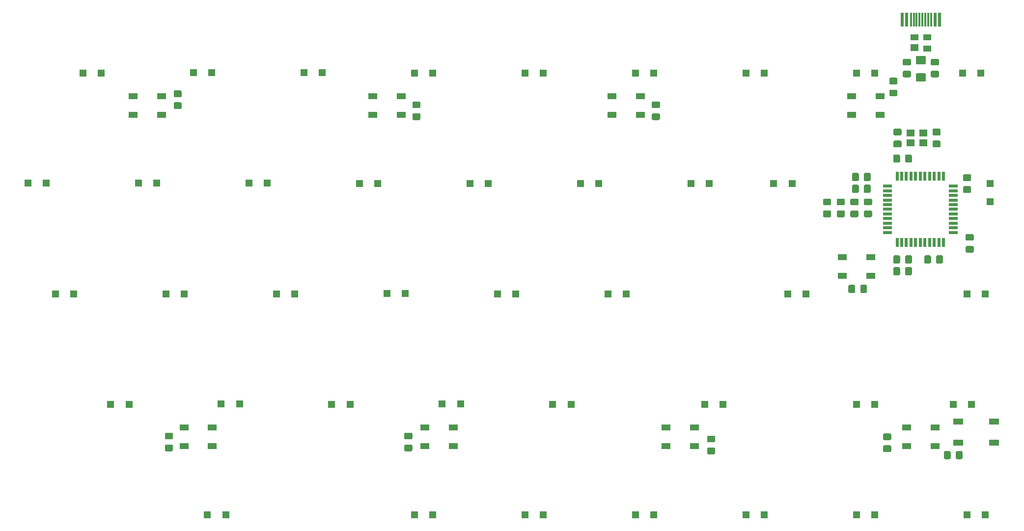
<source format=gbp>
G04 #@! TF.GenerationSoftware,KiCad,Pcbnew,(5.1.5)-3*
G04 #@! TF.CreationDate,2020-09-19T13:04:25+02:00*
G04 #@! TF.ProjectId,split65right,73706c69-7436-4357-9269-6768742e6b69,rev?*
G04 #@! TF.SameCoordinates,Original*
G04 #@! TF.FileFunction,Paste,Bot*
G04 #@! TF.FilePolarity,Positive*
%FSLAX46Y46*%
G04 Gerber Fmt 4.6, Leading zero omitted, Abs format (unit mm)*
G04 Created by KiCad (PCBNEW (5.1.5)-3) date 2020-09-19 13:04:25*
%MOMM*%
%LPD*%
G04 APERTURE LIST*
%ADD10C,0.100000*%
%ADD11R,1.200000X1.200000*%
%ADD12R,1.500000X1.000000*%
%ADD13R,1.400000X1.000000*%
%ADD14R,1.400000X1.200000*%
%ADD15R,0.600000X2.450000*%
%ADD16R,0.300000X2.450000*%
%ADD17R,0.550000X1.500000*%
%ADD18R,1.500000X0.550000*%
%ADD19R,1.800000X1.100000*%
G04 APERTURE END LIST*
D10*
G36*
X354162505Y-64833204D02*
G01*
X354186773Y-64836804D01*
X354210572Y-64842765D01*
X354233671Y-64851030D01*
X354255850Y-64861520D01*
X354276893Y-64874132D01*
X354296599Y-64888747D01*
X354314777Y-64905223D01*
X354331253Y-64923401D01*
X354345868Y-64943107D01*
X354358480Y-64964150D01*
X354368970Y-64986329D01*
X354377235Y-65009428D01*
X354383196Y-65033227D01*
X354386796Y-65057495D01*
X354388000Y-65081999D01*
X354388000Y-65982001D01*
X354386796Y-66006505D01*
X354383196Y-66030773D01*
X354377235Y-66054572D01*
X354368970Y-66077671D01*
X354358480Y-66099850D01*
X354345868Y-66120893D01*
X354331253Y-66140599D01*
X354314777Y-66158777D01*
X354296599Y-66175253D01*
X354276893Y-66189868D01*
X354255850Y-66202480D01*
X354233671Y-66212970D01*
X354210572Y-66221235D01*
X354186773Y-66227196D01*
X354162505Y-66230796D01*
X354138001Y-66232000D01*
X353487999Y-66232000D01*
X353463495Y-66230796D01*
X353439227Y-66227196D01*
X353415428Y-66221235D01*
X353392329Y-66212970D01*
X353370150Y-66202480D01*
X353349107Y-66189868D01*
X353329401Y-66175253D01*
X353311223Y-66158777D01*
X353294747Y-66140599D01*
X353280132Y-66120893D01*
X353267520Y-66099850D01*
X353257030Y-66077671D01*
X353248765Y-66054572D01*
X353242804Y-66030773D01*
X353239204Y-66006505D01*
X353238000Y-65982001D01*
X353238000Y-65081999D01*
X353239204Y-65057495D01*
X353242804Y-65033227D01*
X353248765Y-65009428D01*
X353257030Y-64986329D01*
X353267520Y-64964150D01*
X353280132Y-64943107D01*
X353294747Y-64923401D01*
X353311223Y-64905223D01*
X353329401Y-64888747D01*
X353349107Y-64874132D01*
X353370150Y-64861520D01*
X353392329Y-64851030D01*
X353415428Y-64842765D01*
X353439227Y-64836804D01*
X353463495Y-64833204D01*
X353487999Y-64832000D01*
X354138001Y-64832000D01*
X354162505Y-64833204D01*
G37*
G36*
X356212505Y-64833204D02*
G01*
X356236773Y-64836804D01*
X356260572Y-64842765D01*
X356283671Y-64851030D01*
X356305850Y-64861520D01*
X356326893Y-64874132D01*
X356346599Y-64888747D01*
X356364777Y-64905223D01*
X356381253Y-64923401D01*
X356395868Y-64943107D01*
X356408480Y-64964150D01*
X356418970Y-64986329D01*
X356427235Y-65009428D01*
X356433196Y-65033227D01*
X356436796Y-65057495D01*
X356438000Y-65081999D01*
X356438000Y-65982001D01*
X356436796Y-66006505D01*
X356433196Y-66030773D01*
X356427235Y-66054572D01*
X356418970Y-66077671D01*
X356408480Y-66099850D01*
X356395868Y-66120893D01*
X356381253Y-66140599D01*
X356364777Y-66158777D01*
X356346599Y-66175253D01*
X356326893Y-66189868D01*
X356305850Y-66202480D01*
X356283671Y-66212970D01*
X356260572Y-66221235D01*
X356236773Y-66227196D01*
X356212505Y-66230796D01*
X356188001Y-66232000D01*
X355537999Y-66232000D01*
X355513495Y-66230796D01*
X355489227Y-66227196D01*
X355465428Y-66221235D01*
X355442329Y-66212970D01*
X355420150Y-66202480D01*
X355399107Y-66189868D01*
X355379401Y-66175253D01*
X355361223Y-66158777D01*
X355344747Y-66140599D01*
X355330132Y-66120893D01*
X355317520Y-66099850D01*
X355307030Y-66077671D01*
X355298765Y-66054572D01*
X355292804Y-66030773D01*
X355289204Y-66006505D01*
X355288000Y-65982001D01*
X355288000Y-65081999D01*
X355289204Y-65057495D01*
X355292804Y-65033227D01*
X355298765Y-65009428D01*
X355307030Y-64986329D01*
X355317520Y-64964150D01*
X355330132Y-64943107D01*
X355344747Y-64923401D01*
X355361223Y-64905223D01*
X355379401Y-64888747D01*
X355399107Y-64874132D01*
X355420150Y-64861520D01*
X355442329Y-64851030D01*
X355465428Y-64842765D01*
X355489227Y-64836804D01*
X355513495Y-64833204D01*
X355537999Y-64832000D01*
X356188001Y-64832000D01*
X356212505Y-64833204D01*
G37*
G36*
X235932505Y-111703204D02*
G01*
X235956773Y-111706804D01*
X235980572Y-111712765D01*
X236003671Y-111721030D01*
X236025850Y-111731520D01*
X236046893Y-111744132D01*
X236066599Y-111758747D01*
X236084777Y-111775223D01*
X236101253Y-111793401D01*
X236115868Y-111813107D01*
X236128480Y-111834150D01*
X236138970Y-111856329D01*
X236147235Y-111879428D01*
X236153196Y-111903227D01*
X236156796Y-111927495D01*
X236158000Y-111951999D01*
X236158000Y-112602001D01*
X236156796Y-112626505D01*
X236153196Y-112650773D01*
X236147235Y-112674572D01*
X236138970Y-112697671D01*
X236128480Y-112719850D01*
X236115868Y-112740893D01*
X236101253Y-112760599D01*
X236084777Y-112778777D01*
X236066599Y-112795253D01*
X236046893Y-112809868D01*
X236025850Y-112822480D01*
X236003671Y-112832970D01*
X235980572Y-112841235D01*
X235956773Y-112847196D01*
X235932505Y-112850796D01*
X235908001Y-112852000D01*
X235007999Y-112852000D01*
X234983495Y-112850796D01*
X234959227Y-112847196D01*
X234935428Y-112841235D01*
X234912329Y-112832970D01*
X234890150Y-112822480D01*
X234869107Y-112809868D01*
X234849401Y-112795253D01*
X234831223Y-112778777D01*
X234814747Y-112760599D01*
X234800132Y-112740893D01*
X234787520Y-112719850D01*
X234777030Y-112697671D01*
X234768765Y-112674572D01*
X234762804Y-112650773D01*
X234759204Y-112626505D01*
X234758000Y-112602001D01*
X234758000Y-111951999D01*
X234759204Y-111927495D01*
X234762804Y-111903227D01*
X234768765Y-111879428D01*
X234777030Y-111856329D01*
X234787520Y-111834150D01*
X234800132Y-111813107D01*
X234814747Y-111793401D01*
X234831223Y-111775223D01*
X234849401Y-111758747D01*
X234869107Y-111744132D01*
X234890150Y-111731520D01*
X234912329Y-111721030D01*
X234935428Y-111712765D01*
X234959227Y-111706804D01*
X234983495Y-111703204D01*
X235007999Y-111702000D01*
X235908001Y-111702000D01*
X235932505Y-111703204D01*
G37*
G36*
X235932505Y-109653204D02*
G01*
X235956773Y-109656804D01*
X235980572Y-109662765D01*
X236003671Y-109671030D01*
X236025850Y-109681520D01*
X236046893Y-109694132D01*
X236066599Y-109708747D01*
X236084777Y-109725223D01*
X236101253Y-109743401D01*
X236115868Y-109763107D01*
X236128480Y-109784150D01*
X236138970Y-109806329D01*
X236147235Y-109829428D01*
X236153196Y-109853227D01*
X236156796Y-109877495D01*
X236158000Y-109901999D01*
X236158000Y-110552001D01*
X236156796Y-110576505D01*
X236153196Y-110600773D01*
X236147235Y-110624572D01*
X236138970Y-110647671D01*
X236128480Y-110669850D01*
X236115868Y-110690893D01*
X236101253Y-110710599D01*
X236084777Y-110728777D01*
X236066599Y-110745253D01*
X236046893Y-110759868D01*
X236025850Y-110772480D01*
X236003671Y-110782970D01*
X235980572Y-110791235D01*
X235956773Y-110797196D01*
X235932505Y-110800796D01*
X235908001Y-110802000D01*
X235007999Y-110802000D01*
X234983495Y-110800796D01*
X234959227Y-110797196D01*
X234935428Y-110791235D01*
X234912329Y-110782970D01*
X234890150Y-110772480D01*
X234869107Y-110759868D01*
X234849401Y-110745253D01*
X234831223Y-110728777D01*
X234814747Y-110710599D01*
X234800132Y-110690893D01*
X234787520Y-110669850D01*
X234777030Y-110647671D01*
X234768765Y-110624572D01*
X234762804Y-110600773D01*
X234759204Y-110576505D01*
X234758000Y-110552001D01*
X234758000Y-109901999D01*
X234759204Y-109877495D01*
X234762804Y-109853227D01*
X234768765Y-109829428D01*
X234777030Y-109806329D01*
X234787520Y-109784150D01*
X234800132Y-109763107D01*
X234814747Y-109743401D01*
X234831223Y-109725223D01*
X234849401Y-109708747D01*
X234869107Y-109694132D01*
X234890150Y-109681520D01*
X234912329Y-109671030D01*
X234935428Y-109662765D01*
X234959227Y-109656804D01*
X234983495Y-109653204D01*
X235007999Y-109652000D01*
X235908001Y-109652000D01*
X235932505Y-109653204D01*
G37*
G36*
X277207505Y-111703204D02*
G01*
X277231773Y-111706804D01*
X277255572Y-111712765D01*
X277278671Y-111721030D01*
X277300850Y-111731520D01*
X277321893Y-111744132D01*
X277341599Y-111758747D01*
X277359777Y-111775223D01*
X277376253Y-111793401D01*
X277390868Y-111813107D01*
X277403480Y-111834150D01*
X277413970Y-111856329D01*
X277422235Y-111879428D01*
X277428196Y-111903227D01*
X277431796Y-111927495D01*
X277433000Y-111951999D01*
X277433000Y-112602001D01*
X277431796Y-112626505D01*
X277428196Y-112650773D01*
X277422235Y-112674572D01*
X277413970Y-112697671D01*
X277403480Y-112719850D01*
X277390868Y-112740893D01*
X277376253Y-112760599D01*
X277359777Y-112778777D01*
X277341599Y-112795253D01*
X277321893Y-112809868D01*
X277300850Y-112822480D01*
X277278671Y-112832970D01*
X277255572Y-112841235D01*
X277231773Y-112847196D01*
X277207505Y-112850796D01*
X277183001Y-112852000D01*
X276282999Y-112852000D01*
X276258495Y-112850796D01*
X276234227Y-112847196D01*
X276210428Y-112841235D01*
X276187329Y-112832970D01*
X276165150Y-112822480D01*
X276144107Y-112809868D01*
X276124401Y-112795253D01*
X276106223Y-112778777D01*
X276089747Y-112760599D01*
X276075132Y-112740893D01*
X276062520Y-112719850D01*
X276052030Y-112697671D01*
X276043765Y-112674572D01*
X276037804Y-112650773D01*
X276034204Y-112626505D01*
X276033000Y-112602001D01*
X276033000Y-111951999D01*
X276034204Y-111927495D01*
X276037804Y-111903227D01*
X276043765Y-111879428D01*
X276052030Y-111856329D01*
X276062520Y-111834150D01*
X276075132Y-111813107D01*
X276089747Y-111793401D01*
X276106223Y-111775223D01*
X276124401Y-111758747D01*
X276144107Y-111744132D01*
X276165150Y-111731520D01*
X276187329Y-111721030D01*
X276210428Y-111712765D01*
X276234227Y-111706804D01*
X276258495Y-111703204D01*
X276282999Y-111702000D01*
X277183001Y-111702000D01*
X277207505Y-111703204D01*
G37*
G36*
X277207505Y-109653204D02*
G01*
X277231773Y-109656804D01*
X277255572Y-109662765D01*
X277278671Y-109671030D01*
X277300850Y-109681520D01*
X277321893Y-109694132D01*
X277341599Y-109708747D01*
X277359777Y-109725223D01*
X277376253Y-109743401D01*
X277390868Y-109763107D01*
X277403480Y-109784150D01*
X277413970Y-109806329D01*
X277422235Y-109829428D01*
X277428196Y-109853227D01*
X277431796Y-109877495D01*
X277433000Y-109901999D01*
X277433000Y-110552001D01*
X277431796Y-110576505D01*
X277428196Y-110600773D01*
X277422235Y-110624572D01*
X277413970Y-110647671D01*
X277403480Y-110669850D01*
X277390868Y-110690893D01*
X277376253Y-110710599D01*
X277359777Y-110728777D01*
X277341599Y-110745253D01*
X277321893Y-110759868D01*
X277300850Y-110772480D01*
X277278671Y-110782970D01*
X277255572Y-110791235D01*
X277231773Y-110797196D01*
X277207505Y-110800796D01*
X277183001Y-110802000D01*
X276282999Y-110802000D01*
X276258495Y-110800796D01*
X276234227Y-110797196D01*
X276210428Y-110791235D01*
X276187329Y-110782970D01*
X276165150Y-110772480D01*
X276144107Y-110759868D01*
X276124401Y-110745253D01*
X276106223Y-110728777D01*
X276089747Y-110710599D01*
X276075132Y-110690893D01*
X276062520Y-110669850D01*
X276052030Y-110647671D01*
X276043765Y-110624572D01*
X276037804Y-110600773D01*
X276034204Y-110576505D01*
X276033000Y-110552001D01*
X276033000Y-109901999D01*
X276034204Y-109877495D01*
X276037804Y-109853227D01*
X276043765Y-109829428D01*
X276052030Y-109806329D01*
X276062520Y-109784150D01*
X276075132Y-109763107D01*
X276089747Y-109743401D01*
X276106223Y-109725223D01*
X276124401Y-109708747D01*
X276144107Y-109694132D01*
X276165150Y-109681520D01*
X276187329Y-109671030D01*
X276210428Y-109662765D01*
X276234227Y-109656804D01*
X276258495Y-109653204D01*
X276282999Y-109652000D01*
X277183001Y-109652000D01*
X277207505Y-109653204D01*
G37*
G36*
X329404505Y-112211204D02*
G01*
X329428773Y-112214804D01*
X329452572Y-112220765D01*
X329475671Y-112229030D01*
X329497850Y-112239520D01*
X329518893Y-112252132D01*
X329538599Y-112266747D01*
X329556777Y-112283223D01*
X329573253Y-112301401D01*
X329587868Y-112321107D01*
X329600480Y-112342150D01*
X329610970Y-112364329D01*
X329619235Y-112387428D01*
X329625196Y-112411227D01*
X329628796Y-112435495D01*
X329630000Y-112459999D01*
X329630000Y-113110001D01*
X329628796Y-113134505D01*
X329625196Y-113158773D01*
X329619235Y-113182572D01*
X329610970Y-113205671D01*
X329600480Y-113227850D01*
X329587868Y-113248893D01*
X329573253Y-113268599D01*
X329556777Y-113286777D01*
X329538599Y-113303253D01*
X329518893Y-113317868D01*
X329497850Y-113330480D01*
X329475671Y-113340970D01*
X329452572Y-113349235D01*
X329428773Y-113355196D01*
X329404505Y-113358796D01*
X329380001Y-113360000D01*
X328479999Y-113360000D01*
X328455495Y-113358796D01*
X328431227Y-113355196D01*
X328407428Y-113349235D01*
X328384329Y-113340970D01*
X328362150Y-113330480D01*
X328341107Y-113317868D01*
X328321401Y-113303253D01*
X328303223Y-113286777D01*
X328286747Y-113268599D01*
X328272132Y-113248893D01*
X328259520Y-113227850D01*
X328249030Y-113205671D01*
X328240765Y-113182572D01*
X328234804Y-113158773D01*
X328231204Y-113134505D01*
X328230000Y-113110001D01*
X328230000Y-112459999D01*
X328231204Y-112435495D01*
X328234804Y-112411227D01*
X328240765Y-112387428D01*
X328249030Y-112364329D01*
X328259520Y-112342150D01*
X328272132Y-112321107D01*
X328286747Y-112301401D01*
X328303223Y-112283223D01*
X328321401Y-112266747D01*
X328341107Y-112252132D01*
X328362150Y-112239520D01*
X328384329Y-112229030D01*
X328407428Y-112220765D01*
X328431227Y-112214804D01*
X328455495Y-112211204D01*
X328479999Y-112210000D01*
X329380001Y-112210000D01*
X329404505Y-112211204D01*
G37*
G36*
X329404505Y-110161204D02*
G01*
X329428773Y-110164804D01*
X329452572Y-110170765D01*
X329475671Y-110179030D01*
X329497850Y-110189520D01*
X329518893Y-110202132D01*
X329538599Y-110216747D01*
X329556777Y-110233223D01*
X329573253Y-110251401D01*
X329587868Y-110271107D01*
X329600480Y-110292150D01*
X329610970Y-110314329D01*
X329619235Y-110337428D01*
X329625196Y-110361227D01*
X329628796Y-110385495D01*
X329630000Y-110409999D01*
X329630000Y-111060001D01*
X329628796Y-111084505D01*
X329625196Y-111108773D01*
X329619235Y-111132572D01*
X329610970Y-111155671D01*
X329600480Y-111177850D01*
X329587868Y-111198893D01*
X329573253Y-111218599D01*
X329556777Y-111236777D01*
X329538599Y-111253253D01*
X329518893Y-111267868D01*
X329497850Y-111280480D01*
X329475671Y-111290970D01*
X329452572Y-111299235D01*
X329428773Y-111305196D01*
X329404505Y-111308796D01*
X329380001Y-111310000D01*
X328479999Y-111310000D01*
X328455495Y-111308796D01*
X328431227Y-111305196D01*
X328407428Y-111299235D01*
X328384329Y-111290970D01*
X328362150Y-111280480D01*
X328341107Y-111267868D01*
X328321401Y-111253253D01*
X328303223Y-111236777D01*
X328286747Y-111218599D01*
X328272132Y-111198893D01*
X328259520Y-111177850D01*
X328249030Y-111155671D01*
X328240765Y-111132572D01*
X328234804Y-111108773D01*
X328231204Y-111084505D01*
X328230000Y-111060001D01*
X328230000Y-110409999D01*
X328231204Y-110385495D01*
X328234804Y-110361227D01*
X328240765Y-110337428D01*
X328249030Y-110314329D01*
X328259520Y-110292150D01*
X328272132Y-110271107D01*
X328286747Y-110251401D01*
X328303223Y-110233223D01*
X328321401Y-110216747D01*
X328341107Y-110202132D01*
X328362150Y-110189520D01*
X328384329Y-110179030D01*
X328407428Y-110170765D01*
X328431227Y-110164804D01*
X328455495Y-110161204D01*
X328479999Y-110160000D01*
X329380001Y-110160000D01*
X329404505Y-110161204D01*
G37*
G36*
X359757505Y-111830204D02*
G01*
X359781773Y-111833804D01*
X359805572Y-111839765D01*
X359828671Y-111848030D01*
X359850850Y-111858520D01*
X359871893Y-111871132D01*
X359891599Y-111885747D01*
X359909777Y-111902223D01*
X359926253Y-111920401D01*
X359940868Y-111940107D01*
X359953480Y-111961150D01*
X359963970Y-111983329D01*
X359972235Y-112006428D01*
X359978196Y-112030227D01*
X359981796Y-112054495D01*
X359983000Y-112078999D01*
X359983000Y-112729001D01*
X359981796Y-112753505D01*
X359978196Y-112777773D01*
X359972235Y-112801572D01*
X359963970Y-112824671D01*
X359953480Y-112846850D01*
X359940868Y-112867893D01*
X359926253Y-112887599D01*
X359909777Y-112905777D01*
X359891599Y-112922253D01*
X359871893Y-112936868D01*
X359850850Y-112949480D01*
X359828671Y-112959970D01*
X359805572Y-112968235D01*
X359781773Y-112974196D01*
X359757505Y-112977796D01*
X359733001Y-112979000D01*
X358832999Y-112979000D01*
X358808495Y-112977796D01*
X358784227Y-112974196D01*
X358760428Y-112968235D01*
X358737329Y-112959970D01*
X358715150Y-112949480D01*
X358694107Y-112936868D01*
X358674401Y-112922253D01*
X358656223Y-112905777D01*
X358639747Y-112887599D01*
X358625132Y-112867893D01*
X358612520Y-112846850D01*
X358602030Y-112824671D01*
X358593765Y-112801572D01*
X358587804Y-112777773D01*
X358584204Y-112753505D01*
X358583000Y-112729001D01*
X358583000Y-112078999D01*
X358584204Y-112054495D01*
X358587804Y-112030227D01*
X358593765Y-112006428D01*
X358602030Y-111983329D01*
X358612520Y-111961150D01*
X358625132Y-111940107D01*
X358639747Y-111920401D01*
X358656223Y-111902223D01*
X358674401Y-111885747D01*
X358694107Y-111871132D01*
X358715150Y-111858520D01*
X358737329Y-111848030D01*
X358760428Y-111839765D01*
X358784227Y-111833804D01*
X358808495Y-111830204D01*
X358832999Y-111829000D01*
X359733001Y-111829000D01*
X359757505Y-111830204D01*
G37*
G36*
X359757505Y-109780204D02*
G01*
X359781773Y-109783804D01*
X359805572Y-109789765D01*
X359828671Y-109798030D01*
X359850850Y-109808520D01*
X359871893Y-109821132D01*
X359891599Y-109835747D01*
X359909777Y-109852223D01*
X359926253Y-109870401D01*
X359940868Y-109890107D01*
X359953480Y-109911150D01*
X359963970Y-109933329D01*
X359972235Y-109956428D01*
X359978196Y-109980227D01*
X359981796Y-110004495D01*
X359983000Y-110028999D01*
X359983000Y-110679001D01*
X359981796Y-110703505D01*
X359978196Y-110727773D01*
X359972235Y-110751572D01*
X359963970Y-110774671D01*
X359953480Y-110796850D01*
X359940868Y-110817893D01*
X359926253Y-110837599D01*
X359909777Y-110855777D01*
X359891599Y-110872253D01*
X359871893Y-110886868D01*
X359850850Y-110899480D01*
X359828671Y-110909970D01*
X359805572Y-110918235D01*
X359781773Y-110924196D01*
X359757505Y-110927796D01*
X359733001Y-110929000D01*
X358832999Y-110929000D01*
X358808495Y-110927796D01*
X358784227Y-110924196D01*
X358760428Y-110918235D01*
X358737329Y-110909970D01*
X358715150Y-110899480D01*
X358694107Y-110886868D01*
X358674401Y-110872253D01*
X358656223Y-110855777D01*
X358639747Y-110837599D01*
X358625132Y-110817893D01*
X358612520Y-110796850D01*
X358602030Y-110774671D01*
X358593765Y-110751572D01*
X358587804Y-110727773D01*
X358584204Y-110703505D01*
X358583000Y-110679001D01*
X358583000Y-110028999D01*
X358584204Y-110004495D01*
X358587804Y-109980227D01*
X358593765Y-109956428D01*
X358602030Y-109933329D01*
X358612520Y-109911150D01*
X358625132Y-109890107D01*
X358639747Y-109870401D01*
X358656223Y-109852223D01*
X358674401Y-109835747D01*
X358694107Y-109821132D01*
X358715150Y-109808520D01*
X358737329Y-109798030D01*
X358760428Y-109789765D01*
X358784227Y-109783804D01*
X358808495Y-109780204D01*
X358832999Y-109779000D01*
X359733001Y-109779000D01*
X359757505Y-109780204D01*
G37*
G36*
X355577505Y-84137204D02*
G01*
X355601773Y-84140804D01*
X355625572Y-84146765D01*
X355648671Y-84155030D01*
X355670850Y-84165520D01*
X355691893Y-84178132D01*
X355711599Y-84192747D01*
X355729777Y-84209223D01*
X355746253Y-84227401D01*
X355760868Y-84247107D01*
X355773480Y-84268150D01*
X355783970Y-84290329D01*
X355792235Y-84313428D01*
X355798196Y-84337227D01*
X355801796Y-84361495D01*
X355803000Y-84385999D01*
X355803000Y-85286001D01*
X355801796Y-85310505D01*
X355798196Y-85334773D01*
X355792235Y-85358572D01*
X355783970Y-85381671D01*
X355773480Y-85403850D01*
X355760868Y-85424893D01*
X355746253Y-85444599D01*
X355729777Y-85462777D01*
X355711599Y-85479253D01*
X355691893Y-85493868D01*
X355670850Y-85506480D01*
X355648671Y-85516970D01*
X355625572Y-85525235D01*
X355601773Y-85531196D01*
X355577505Y-85534796D01*
X355553001Y-85536000D01*
X354902999Y-85536000D01*
X354878495Y-85534796D01*
X354854227Y-85531196D01*
X354830428Y-85525235D01*
X354807329Y-85516970D01*
X354785150Y-85506480D01*
X354764107Y-85493868D01*
X354744401Y-85479253D01*
X354726223Y-85462777D01*
X354709747Y-85444599D01*
X354695132Y-85424893D01*
X354682520Y-85403850D01*
X354672030Y-85381671D01*
X354663765Y-85358572D01*
X354657804Y-85334773D01*
X354654204Y-85310505D01*
X354653000Y-85286001D01*
X354653000Y-84385999D01*
X354654204Y-84361495D01*
X354657804Y-84337227D01*
X354663765Y-84313428D01*
X354672030Y-84290329D01*
X354682520Y-84268150D01*
X354695132Y-84247107D01*
X354709747Y-84227401D01*
X354726223Y-84209223D01*
X354744401Y-84192747D01*
X354764107Y-84178132D01*
X354785150Y-84165520D01*
X354807329Y-84155030D01*
X354830428Y-84146765D01*
X354854227Y-84140804D01*
X354878495Y-84137204D01*
X354902999Y-84136000D01*
X355553001Y-84136000D01*
X355577505Y-84137204D01*
G37*
G36*
X353527505Y-84137204D02*
G01*
X353551773Y-84140804D01*
X353575572Y-84146765D01*
X353598671Y-84155030D01*
X353620850Y-84165520D01*
X353641893Y-84178132D01*
X353661599Y-84192747D01*
X353679777Y-84209223D01*
X353696253Y-84227401D01*
X353710868Y-84247107D01*
X353723480Y-84268150D01*
X353733970Y-84290329D01*
X353742235Y-84313428D01*
X353748196Y-84337227D01*
X353751796Y-84361495D01*
X353753000Y-84385999D01*
X353753000Y-85286001D01*
X353751796Y-85310505D01*
X353748196Y-85334773D01*
X353742235Y-85358572D01*
X353733970Y-85381671D01*
X353723480Y-85403850D01*
X353710868Y-85424893D01*
X353696253Y-85444599D01*
X353679777Y-85462777D01*
X353661599Y-85479253D01*
X353641893Y-85493868D01*
X353620850Y-85506480D01*
X353598671Y-85516970D01*
X353575572Y-85525235D01*
X353551773Y-85531196D01*
X353527505Y-85534796D01*
X353503001Y-85536000D01*
X352852999Y-85536000D01*
X352828495Y-85534796D01*
X352804227Y-85531196D01*
X352780428Y-85525235D01*
X352757329Y-85516970D01*
X352735150Y-85506480D01*
X352714107Y-85493868D01*
X352694401Y-85479253D01*
X352676223Y-85462777D01*
X352659747Y-85444599D01*
X352645132Y-85424893D01*
X352632520Y-85403850D01*
X352622030Y-85381671D01*
X352613765Y-85358572D01*
X352607804Y-85334773D01*
X352604204Y-85310505D01*
X352603000Y-85286001D01*
X352603000Y-84385999D01*
X352604204Y-84361495D01*
X352607804Y-84337227D01*
X352613765Y-84313428D01*
X352622030Y-84290329D01*
X352632520Y-84268150D01*
X352645132Y-84247107D01*
X352659747Y-84227401D01*
X352676223Y-84209223D01*
X352694401Y-84192747D01*
X352714107Y-84178132D01*
X352735150Y-84165520D01*
X352757329Y-84155030D01*
X352780428Y-84146765D01*
X352804227Y-84140804D01*
X352828495Y-84137204D01*
X352852999Y-84136000D01*
X353503001Y-84136000D01*
X353527505Y-84137204D01*
G37*
G36*
X360837005Y-50457454D02*
G01*
X360861273Y-50461054D01*
X360885072Y-50467015D01*
X360908171Y-50475280D01*
X360930350Y-50485770D01*
X360951393Y-50498382D01*
X360971099Y-50512997D01*
X360989277Y-50529473D01*
X361005753Y-50547651D01*
X361020368Y-50567357D01*
X361032980Y-50588400D01*
X361043470Y-50610579D01*
X361051735Y-50633678D01*
X361057696Y-50657477D01*
X361061296Y-50681745D01*
X361062500Y-50706249D01*
X361062500Y-51356251D01*
X361061296Y-51380755D01*
X361057696Y-51405023D01*
X361051735Y-51428822D01*
X361043470Y-51451921D01*
X361032980Y-51474100D01*
X361020368Y-51495143D01*
X361005753Y-51514849D01*
X360989277Y-51533027D01*
X360971099Y-51549503D01*
X360951393Y-51564118D01*
X360930350Y-51576730D01*
X360908171Y-51587220D01*
X360885072Y-51595485D01*
X360861273Y-51601446D01*
X360837005Y-51605046D01*
X360812501Y-51606250D01*
X359912499Y-51606250D01*
X359887995Y-51605046D01*
X359863727Y-51601446D01*
X359839928Y-51595485D01*
X359816829Y-51587220D01*
X359794650Y-51576730D01*
X359773607Y-51564118D01*
X359753901Y-51549503D01*
X359735723Y-51533027D01*
X359719247Y-51514849D01*
X359704632Y-51495143D01*
X359692020Y-51474100D01*
X359681530Y-51451921D01*
X359673265Y-51428822D01*
X359667304Y-51405023D01*
X359663704Y-51380755D01*
X359662500Y-51356251D01*
X359662500Y-50706249D01*
X359663704Y-50681745D01*
X359667304Y-50657477D01*
X359673265Y-50633678D01*
X359681530Y-50610579D01*
X359692020Y-50588400D01*
X359704632Y-50567357D01*
X359719247Y-50547651D01*
X359735723Y-50529473D01*
X359753901Y-50512997D01*
X359773607Y-50498382D01*
X359794650Y-50485770D01*
X359816829Y-50475280D01*
X359839928Y-50467015D01*
X359863727Y-50461054D01*
X359887995Y-50457454D01*
X359912499Y-50456250D01*
X360812501Y-50456250D01*
X360837005Y-50457454D01*
G37*
G36*
X360837005Y-48407454D02*
G01*
X360861273Y-48411054D01*
X360885072Y-48417015D01*
X360908171Y-48425280D01*
X360930350Y-48435770D01*
X360951393Y-48448382D01*
X360971099Y-48462997D01*
X360989277Y-48479473D01*
X361005753Y-48497651D01*
X361020368Y-48517357D01*
X361032980Y-48538400D01*
X361043470Y-48560579D01*
X361051735Y-48583678D01*
X361057696Y-48607477D01*
X361061296Y-48631745D01*
X361062500Y-48656249D01*
X361062500Y-49306251D01*
X361061296Y-49330755D01*
X361057696Y-49355023D01*
X361051735Y-49378822D01*
X361043470Y-49401921D01*
X361032980Y-49424100D01*
X361020368Y-49445143D01*
X361005753Y-49464849D01*
X360989277Y-49483027D01*
X360971099Y-49499503D01*
X360951393Y-49514118D01*
X360930350Y-49526730D01*
X360908171Y-49537220D01*
X360885072Y-49545485D01*
X360861273Y-49551446D01*
X360837005Y-49555046D01*
X360812501Y-49556250D01*
X359912499Y-49556250D01*
X359887995Y-49555046D01*
X359863727Y-49551446D01*
X359839928Y-49545485D01*
X359816829Y-49537220D01*
X359794650Y-49526730D01*
X359773607Y-49514118D01*
X359753901Y-49499503D01*
X359735723Y-49483027D01*
X359719247Y-49464849D01*
X359704632Y-49445143D01*
X359692020Y-49424100D01*
X359681530Y-49401921D01*
X359673265Y-49378822D01*
X359667304Y-49355023D01*
X359663704Y-49330755D01*
X359662500Y-49306251D01*
X359662500Y-48656249D01*
X359663704Y-48631745D01*
X359667304Y-48607477D01*
X359673265Y-48583678D01*
X359681530Y-48560579D01*
X359692020Y-48538400D01*
X359704632Y-48517357D01*
X359719247Y-48497651D01*
X359735723Y-48479473D01*
X359753901Y-48462997D01*
X359773607Y-48448382D01*
X359794650Y-48435770D01*
X359816829Y-48425280D01*
X359839928Y-48417015D01*
X359863727Y-48411054D01*
X359887995Y-48407454D01*
X359912499Y-48406250D01*
X360812501Y-48406250D01*
X360837005Y-48407454D01*
G37*
G36*
X319879505Y-52503204D02*
G01*
X319903773Y-52506804D01*
X319927572Y-52512765D01*
X319950671Y-52521030D01*
X319972850Y-52531520D01*
X319993893Y-52544132D01*
X320013599Y-52558747D01*
X320031777Y-52575223D01*
X320048253Y-52593401D01*
X320062868Y-52613107D01*
X320075480Y-52634150D01*
X320085970Y-52656329D01*
X320094235Y-52679428D01*
X320100196Y-52703227D01*
X320103796Y-52727495D01*
X320105000Y-52751999D01*
X320105000Y-53402001D01*
X320103796Y-53426505D01*
X320100196Y-53450773D01*
X320094235Y-53474572D01*
X320085970Y-53497671D01*
X320075480Y-53519850D01*
X320062868Y-53540893D01*
X320048253Y-53560599D01*
X320031777Y-53578777D01*
X320013599Y-53595253D01*
X319993893Y-53609868D01*
X319972850Y-53622480D01*
X319950671Y-53632970D01*
X319927572Y-53641235D01*
X319903773Y-53647196D01*
X319879505Y-53650796D01*
X319855001Y-53652000D01*
X318954999Y-53652000D01*
X318930495Y-53650796D01*
X318906227Y-53647196D01*
X318882428Y-53641235D01*
X318859329Y-53632970D01*
X318837150Y-53622480D01*
X318816107Y-53609868D01*
X318796401Y-53595253D01*
X318778223Y-53578777D01*
X318761747Y-53560599D01*
X318747132Y-53540893D01*
X318734520Y-53519850D01*
X318724030Y-53497671D01*
X318715765Y-53474572D01*
X318709804Y-53450773D01*
X318706204Y-53426505D01*
X318705000Y-53402001D01*
X318705000Y-52751999D01*
X318706204Y-52727495D01*
X318709804Y-52703227D01*
X318715765Y-52679428D01*
X318724030Y-52656329D01*
X318734520Y-52634150D01*
X318747132Y-52613107D01*
X318761747Y-52593401D01*
X318778223Y-52575223D01*
X318796401Y-52558747D01*
X318816107Y-52544132D01*
X318837150Y-52531520D01*
X318859329Y-52521030D01*
X318882428Y-52512765D01*
X318906227Y-52506804D01*
X318930495Y-52503204D01*
X318954999Y-52502000D01*
X319855001Y-52502000D01*
X319879505Y-52503204D01*
G37*
G36*
X319879505Y-54553204D02*
G01*
X319903773Y-54556804D01*
X319927572Y-54562765D01*
X319950671Y-54571030D01*
X319972850Y-54581520D01*
X319993893Y-54594132D01*
X320013599Y-54608747D01*
X320031777Y-54625223D01*
X320048253Y-54643401D01*
X320062868Y-54663107D01*
X320075480Y-54684150D01*
X320085970Y-54706329D01*
X320094235Y-54729428D01*
X320100196Y-54753227D01*
X320103796Y-54777495D01*
X320105000Y-54801999D01*
X320105000Y-55452001D01*
X320103796Y-55476505D01*
X320100196Y-55500773D01*
X320094235Y-55524572D01*
X320085970Y-55547671D01*
X320075480Y-55569850D01*
X320062868Y-55590893D01*
X320048253Y-55610599D01*
X320031777Y-55628777D01*
X320013599Y-55645253D01*
X319993893Y-55659868D01*
X319972850Y-55672480D01*
X319950671Y-55682970D01*
X319927572Y-55691235D01*
X319903773Y-55697196D01*
X319879505Y-55700796D01*
X319855001Y-55702000D01*
X318954999Y-55702000D01*
X318930495Y-55700796D01*
X318906227Y-55697196D01*
X318882428Y-55691235D01*
X318859329Y-55682970D01*
X318837150Y-55672480D01*
X318816107Y-55659868D01*
X318796401Y-55645253D01*
X318778223Y-55628777D01*
X318761747Y-55610599D01*
X318747132Y-55590893D01*
X318734520Y-55569850D01*
X318724030Y-55547671D01*
X318715765Y-55524572D01*
X318709804Y-55500773D01*
X318706204Y-55476505D01*
X318705000Y-55452001D01*
X318705000Y-54801999D01*
X318706204Y-54777495D01*
X318709804Y-54753227D01*
X318715765Y-54729428D01*
X318724030Y-54706329D01*
X318734520Y-54684150D01*
X318747132Y-54663107D01*
X318761747Y-54643401D01*
X318778223Y-54625223D01*
X318796401Y-54608747D01*
X318816107Y-54594132D01*
X318837150Y-54581520D01*
X318859329Y-54571030D01*
X318882428Y-54562765D01*
X318906227Y-54556804D01*
X318930495Y-54553204D01*
X318954999Y-54552000D01*
X319855001Y-54552000D01*
X319879505Y-54553204D01*
G37*
G36*
X278604505Y-52503204D02*
G01*
X278628773Y-52506804D01*
X278652572Y-52512765D01*
X278675671Y-52521030D01*
X278697850Y-52531520D01*
X278718893Y-52544132D01*
X278738599Y-52558747D01*
X278756777Y-52575223D01*
X278773253Y-52593401D01*
X278787868Y-52613107D01*
X278800480Y-52634150D01*
X278810970Y-52656329D01*
X278819235Y-52679428D01*
X278825196Y-52703227D01*
X278828796Y-52727495D01*
X278830000Y-52751999D01*
X278830000Y-53402001D01*
X278828796Y-53426505D01*
X278825196Y-53450773D01*
X278819235Y-53474572D01*
X278810970Y-53497671D01*
X278800480Y-53519850D01*
X278787868Y-53540893D01*
X278773253Y-53560599D01*
X278756777Y-53578777D01*
X278738599Y-53595253D01*
X278718893Y-53609868D01*
X278697850Y-53622480D01*
X278675671Y-53632970D01*
X278652572Y-53641235D01*
X278628773Y-53647196D01*
X278604505Y-53650796D01*
X278580001Y-53652000D01*
X277679999Y-53652000D01*
X277655495Y-53650796D01*
X277631227Y-53647196D01*
X277607428Y-53641235D01*
X277584329Y-53632970D01*
X277562150Y-53622480D01*
X277541107Y-53609868D01*
X277521401Y-53595253D01*
X277503223Y-53578777D01*
X277486747Y-53560599D01*
X277472132Y-53540893D01*
X277459520Y-53519850D01*
X277449030Y-53497671D01*
X277440765Y-53474572D01*
X277434804Y-53450773D01*
X277431204Y-53426505D01*
X277430000Y-53402001D01*
X277430000Y-52751999D01*
X277431204Y-52727495D01*
X277434804Y-52703227D01*
X277440765Y-52679428D01*
X277449030Y-52656329D01*
X277459520Y-52634150D01*
X277472132Y-52613107D01*
X277486747Y-52593401D01*
X277503223Y-52575223D01*
X277521401Y-52558747D01*
X277541107Y-52544132D01*
X277562150Y-52531520D01*
X277584329Y-52521030D01*
X277607428Y-52512765D01*
X277631227Y-52506804D01*
X277655495Y-52503204D01*
X277679999Y-52502000D01*
X278580001Y-52502000D01*
X278604505Y-52503204D01*
G37*
G36*
X278604505Y-54553204D02*
G01*
X278628773Y-54556804D01*
X278652572Y-54562765D01*
X278675671Y-54571030D01*
X278697850Y-54581520D01*
X278718893Y-54594132D01*
X278738599Y-54608747D01*
X278756777Y-54625223D01*
X278773253Y-54643401D01*
X278787868Y-54663107D01*
X278800480Y-54684150D01*
X278810970Y-54706329D01*
X278819235Y-54729428D01*
X278825196Y-54753227D01*
X278828796Y-54777495D01*
X278830000Y-54801999D01*
X278830000Y-55452001D01*
X278828796Y-55476505D01*
X278825196Y-55500773D01*
X278819235Y-55524572D01*
X278810970Y-55547671D01*
X278800480Y-55569850D01*
X278787868Y-55590893D01*
X278773253Y-55610599D01*
X278756777Y-55628777D01*
X278738599Y-55645253D01*
X278718893Y-55659868D01*
X278697850Y-55672480D01*
X278675671Y-55682970D01*
X278652572Y-55691235D01*
X278628773Y-55697196D01*
X278604505Y-55700796D01*
X278580001Y-55702000D01*
X277679999Y-55702000D01*
X277655495Y-55700796D01*
X277631227Y-55697196D01*
X277607428Y-55691235D01*
X277584329Y-55682970D01*
X277562150Y-55672480D01*
X277541107Y-55659868D01*
X277521401Y-55645253D01*
X277503223Y-55628777D01*
X277486747Y-55610599D01*
X277472132Y-55590893D01*
X277459520Y-55569850D01*
X277449030Y-55547671D01*
X277440765Y-55524572D01*
X277434804Y-55500773D01*
X277431204Y-55476505D01*
X277430000Y-55452001D01*
X277430000Y-54801999D01*
X277431204Y-54777495D01*
X277434804Y-54753227D01*
X277440765Y-54729428D01*
X277449030Y-54706329D01*
X277459520Y-54684150D01*
X277472132Y-54663107D01*
X277486747Y-54643401D01*
X277503223Y-54625223D01*
X277521401Y-54608747D01*
X277541107Y-54594132D01*
X277562150Y-54581520D01*
X277584329Y-54571030D01*
X277607428Y-54562765D01*
X277631227Y-54556804D01*
X277655495Y-54553204D01*
X277679999Y-54552000D01*
X278580001Y-54552000D01*
X278604505Y-54553204D01*
G37*
G36*
X237456505Y-50598204D02*
G01*
X237480773Y-50601804D01*
X237504572Y-50607765D01*
X237527671Y-50616030D01*
X237549850Y-50626520D01*
X237570893Y-50639132D01*
X237590599Y-50653747D01*
X237608777Y-50670223D01*
X237625253Y-50688401D01*
X237639868Y-50708107D01*
X237652480Y-50729150D01*
X237662970Y-50751329D01*
X237671235Y-50774428D01*
X237677196Y-50798227D01*
X237680796Y-50822495D01*
X237682000Y-50846999D01*
X237682000Y-51497001D01*
X237680796Y-51521505D01*
X237677196Y-51545773D01*
X237671235Y-51569572D01*
X237662970Y-51592671D01*
X237652480Y-51614850D01*
X237639868Y-51635893D01*
X237625253Y-51655599D01*
X237608777Y-51673777D01*
X237590599Y-51690253D01*
X237570893Y-51704868D01*
X237549850Y-51717480D01*
X237527671Y-51727970D01*
X237504572Y-51736235D01*
X237480773Y-51742196D01*
X237456505Y-51745796D01*
X237432001Y-51747000D01*
X236531999Y-51747000D01*
X236507495Y-51745796D01*
X236483227Y-51742196D01*
X236459428Y-51736235D01*
X236436329Y-51727970D01*
X236414150Y-51717480D01*
X236393107Y-51704868D01*
X236373401Y-51690253D01*
X236355223Y-51673777D01*
X236338747Y-51655599D01*
X236324132Y-51635893D01*
X236311520Y-51614850D01*
X236301030Y-51592671D01*
X236292765Y-51569572D01*
X236286804Y-51545773D01*
X236283204Y-51521505D01*
X236282000Y-51497001D01*
X236282000Y-50846999D01*
X236283204Y-50822495D01*
X236286804Y-50798227D01*
X236292765Y-50774428D01*
X236301030Y-50751329D01*
X236311520Y-50729150D01*
X236324132Y-50708107D01*
X236338747Y-50688401D01*
X236355223Y-50670223D01*
X236373401Y-50653747D01*
X236393107Y-50639132D01*
X236414150Y-50626520D01*
X236436329Y-50616030D01*
X236459428Y-50607765D01*
X236483227Y-50601804D01*
X236507495Y-50598204D01*
X236531999Y-50597000D01*
X237432001Y-50597000D01*
X237456505Y-50598204D01*
G37*
G36*
X237456505Y-52648204D02*
G01*
X237480773Y-52651804D01*
X237504572Y-52657765D01*
X237527671Y-52666030D01*
X237549850Y-52676520D01*
X237570893Y-52689132D01*
X237590599Y-52703747D01*
X237608777Y-52720223D01*
X237625253Y-52738401D01*
X237639868Y-52758107D01*
X237652480Y-52779150D01*
X237662970Y-52801329D01*
X237671235Y-52824428D01*
X237677196Y-52848227D01*
X237680796Y-52872495D01*
X237682000Y-52896999D01*
X237682000Y-53547001D01*
X237680796Y-53571505D01*
X237677196Y-53595773D01*
X237671235Y-53619572D01*
X237662970Y-53642671D01*
X237652480Y-53664850D01*
X237639868Y-53685893D01*
X237625253Y-53705599D01*
X237608777Y-53723777D01*
X237590599Y-53740253D01*
X237570893Y-53754868D01*
X237549850Y-53767480D01*
X237527671Y-53777970D01*
X237504572Y-53786235D01*
X237480773Y-53792196D01*
X237456505Y-53795796D01*
X237432001Y-53797000D01*
X236531999Y-53797000D01*
X236507495Y-53795796D01*
X236483227Y-53792196D01*
X236459428Y-53786235D01*
X236436329Y-53777970D01*
X236414150Y-53767480D01*
X236393107Y-53754868D01*
X236373401Y-53740253D01*
X236355223Y-53723777D01*
X236338747Y-53705599D01*
X236324132Y-53685893D01*
X236311520Y-53664850D01*
X236301030Y-53642671D01*
X236292765Y-53619572D01*
X236286804Y-53595773D01*
X236283204Y-53571505D01*
X236282000Y-53547001D01*
X236282000Y-52896999D01*
X236283204Y-52872495D01*
X236286804Y-52848227D01*
X236292765Y-52824428D01*
X236301030Y-52801329D01*
X236311520Y-52779150D01*
X236324132Y-52758107D01*
X236338747Y-52738401D01*
X236355223Y-52720223D01*
X236373401Y-52703747D01*
X236393107Y-52689132D01*
X236414150Y-52676520D01*
X236436329Y-52666030D01*
X236459428Y-52657765D01*
X236483227Y-52651804D01*
X236507495Y-52648204D01*
X236531999Y-52647000D01*
X237432001Y-52647000D01*
X237456505Y-52648204D01*
G37*
G36*
X356455505Y-71317204D02*
G01*
X356479773Y-71320804D01*
X356503572Y-71326765D01*
X356526671Y-71335030D01*
X356548850Y-71345520D01*
X356569893Y-71358132D01*
X356589599Y-71372747D01*
X356607777Y-71389223D01*
X356624253Y-71407401D01*
X356638868Y-71427107D01*
X356651480Y-71448150D01*
X356661970Y-71470329D01*
X356670235Y-71493428D01*
X356676196Y-71517227D01*
X356679796Y-71541495D01*
X356681000Y-71565999D01*
X356681000Y-72216001D01*
X356679796Y-72240505D01*
X356676196Y-72264773D01*
X356670235Y-72288572D01*
X356661970Y-72311671D01*
X356651480Y-72333850D01*
X356638868Y-72354893D01*
X356624253Y-72374599D01*
X356607777Y-72392777D01*
X356589599Y-72409253D01*
X356569893Y-72423868D01*
X356548850Y-72436480D01*
X356526671Y-72446970D01*
X356503572Y-72455235D01*
X356479773Y-72461196D01*
X356455505Y-72464796D01*
X356431001Y-72466000D01*
X355530999Y-72466000D01*
X355506495Y-72464796D01*
X355482227Y-72461196D01*
X355458428Y-72455235D01*
X355435329Y-72446970D01*
X355413150Y-72436480D01*
X355392107Y-72423868D01*
X355372401Y-72409253D01*
X355354223Y-72392777D01*
X355337747Y-72374599D01*
X355323132Y-72354893D01*
X355310520Y-72333850D01*
X355300030Y-72311671D01*
X355291765Y-72288572D01*
X355285804Y-72264773D01*
X355282204Y-72240505D01*
X355281000Y-72216001D01*
X355281000Y-71565999D01*
X355282204Y-71541495D01*
X355285804Y-71517227D01*
X355291765Y-71493428D01*
X355300030Y-71470329D01*
X355310520Y-71448150D01*
X355323132Y-71427107D01*
X355337747Y-71407401D01*
X355354223Y-71389223D01*
X355372401Y-71372747D01*
X355392107Y-71358132D01*
X355413150Y-71345520D01*
X355435329Y-71335030D01*
X355458428Y-71326765D01*
X355482227Y-71320804D01*
X355506495Y-71317204D01*
X355530999Y-71316000D01*
X356431001Y-71316000D01*
X356455505Y-71317204D01*
G37*
G36*
X356455505Y-69267204D02*
G01*
X356479773Y-69270804D01*
X356503572Y-69276765D01*
X356526671Y-69285030D01*
X356548850Y-69295520D01*
X356569893Y-69308132D01*
X356589599Y-69322747D01*
X356607777Y-69339223D01*
X356624253Y-69357401D01*
X356638868Y-69377107D01*
X356651480Y-69398150D01*
X356661970Y-69420329D01*
X356670235Y-69443428D01*
X356676196Y-69467227D01*
X356679796Y-69491495D01*
X356681000Y-69515999D01*
X356681000Y-70166001D01*
X356679796Y-70190505D01*
X356676196Y-70214773D01*
X356670235Y-70238572D01*
X356661970Y-70261671D01*
X356651480Y-70283850D01*
X356638868Y-70304893D01*
X356624253Y-70324599D01*
X356607777Y-70342777D01*
X356589599Y-70359253D01*
X356569893Y-70373868D01*
X356548850Y-70386480D01*
X356526671Y-70396970D01*
X356503572Y-70405235D01*
X356479773Y-70411196D01*
X356455505Y-70414796D01*
X356431001Y-70416000D01*
X355530999Y-70416000D01*
X355506495Y-70414796D01*
X355482227Y-70411196D01*
X355458428Y-70405235D01*
X355435329Y-70396970D01*
X355413150Y-70386480D01*
X355392107Y-70373868D01*
X355372401Y-70359253D01*
X355354223Y-70342777D01*
X355337747Y-70324599D01*
X355323132Y-70304893D01*
X355310520Y-70283850D01*
X355300030Y-70261671D01*
X355291765Y-70238572D01*
X355285804Y-70214773D01*
X355282204Y-70190505D01*
X355281000Y-70166001D01*
X355281000Y-69515999D01*
X355282204Y-69491495D01*
X355285804Y-69467227D01*
X355291765Y-69443428D01*
X355300030Y-69420329D01*
X355310520Y-69398150D01*
X355323132Y-69377107D01*
X355337747Y-69357401D01*
X355354223Y-69339223D01*
X355372401Y-69322747D01*
X355392107Y-69308132D01*
X355413150Y-69295520D01*
X355435329Y-69285030D01*
X355458428Y-69276765D01*
X355482227Y-69270804D01*
X355506495Y-69267204D01*
X355530999Y-69266000D01*
X356431001Y-69266000D01*
X356455505Y-69267204D01*
G37*
D11*
X376225000Y-123825000D03*
X373075000Y-123825000D03*
X357175000Y-123825000D03*
X354025000Y-123825000D03*
X373843750Y-104775000D03*
X370693750Y-104775000D03*
X357175000Y-104775000D03*
X354025000Y-104775000D03*
X376225000Y-85725000D03*
X373075000Y-85725000D03*
X345268750Y-85725000D03*
X342118750Y-85725000D03*
X377031250Y-69837500D03*
X377031250Y-66687500D03*
X342887500Y-66675000D03*
X339737500Y-66675000D03*
X328600000Y-66675000D03*
X325450000Y-66675000D03*
X375431250Y-47625000D03*
X372281250Y-47625000D03*
X357175000Y-47625000D03*
X354025000Y-47625000D03*
X338125000Y-47625000D03*
X334975000Y-47625000D03*
D12*
X238056250Y-111931250D03*
X238056250Y-108731250D03*
X242956250Y-111931250D03*
X242956250Y-108731250D03*
X284495833Y-108731250D03*
X284495833Y-111931250D03*
X279595833Y-108731250D03*
X279595833Y-111931250D03*
X326035416Y-108731250D03*
X326035416Y-111931250D03*
X321135416Y-108731250D03*
X321135416Y-111931250D03*
X367575000Y-108731250D03*
X367575000Y-111931250D03*
X362675000Y-108731250D03*
X362675000Y-111931250D03*
X351562500Y-82562500D03*
X351562500Y-79362500D03*
X356462500Y-82562500D03*
X356462500Y-79362500D03*
X353150000Y-54781250D03*
X353150000Y-51581250D03*
X358050000Y-54781250D03*
X358050000Y-51581250D03*
X311875000Y-54781250D03*
X311875000Y-51581250D03*
X316775000Y-54781250D03*
X316775000Y-51581250D03*
X270600000Y-54781250D03*
X270600000Y-51581250D03*
X275500000Y-54781250D03*
X275500000Y-51581250D03*
X229325000Y-54781250D03*
X229325000Y-51581250D03*
X234225000Y-54781250D03*
X234225000Y-51581250D03*
D13*
X366193250Y-43368000D03*
X366193250Y-41468000D03*
X363993250Y-41468000D03*
D14*
X363993250Y-43188000D03*
X365526500Y-57951000D03*
X363326500Y-57951000D03*
X363326500Y-59651000D03*
X365526500Y-59651000D03*
D10*
G36*
X356212505Y-66865204D02*
G01*
X356236773Y-66868804D01*
X356260572Y-66874765D01*
X356283671Y-66883030D01*
X356305850Y-66893520D01*
X356326893Y-66906132D01*
X356346599Y-66920747D01*
X356364777Y-66937223D01*
X356381253Y-66955401D01*
X356395868Y-66975107D01*
X356408480Y-66996150D01*
X356418970Y-67018329D01*
X356427235Y-67041428D01*
X356433196Y-67065227D01*
X356436796Y-67089495D01*
X356438000Y-67113999D01*
X356438000Y-68014001D01*
X356436796Y-68038505D01*
X356433196Y-68062773D01*
X356427235Y-68086572D01*
X356418970Y-68109671D01*
X356408480Y-68131850D01*
X356395868Y-68152893D01*
X356381253Y-68172599D01*
X356364777Y-68190777D01*
X356346599Y-68207253D01*
X356326893Y-68221868D01*
X356305850Y-68234480D01*
X356283671Y-68244970D01*
X356260572Y-68253235D01*
X356236773Y-68259196D01*
X356212505Y-68262796D01*
X356188001Y-68264000D01*
X355537999Y-68264000D01*
X355513495Y-68262796D01*
X355489227Y-68259196D01*
X355465428Y-68253235D01*
X355442329Y-68244970D01*
X355420150Y-68234480D01*
X355399107Y-68221868D01*
X355379401Y-68207253D01*
X355361223Y-68190777D01*
X355344747Y-68172599D01*
X355330132Y-68152893D01*
X355317520Y-68131850D01*
X355307030Y-68109671D01*
X355298765Y-68086572D01*
X355292804Y-68062773D01*
X355289204Y-68038505D01*
X355288000Y-68014001D01*
X355288000Y-67113999D01*
X355289204Y-67089495D01*
X355292804Y-67065227D01*
X355298765Y-67041428D01*
X355307030Y-67018329D01*
X355317520Y-66996150D01*
X355330132Y-66975107D01*
X355344747Y-66955401D01*
X355361223Y-66937223D01*
X355379401Y-66920747D01*
X355399107Y-66906132D01*
X355420150Y-66893520D01*
X355442329Y-66883030D01*
X355465428Y-66874765D01*
X355489227Y-66868804D01*
X355513495Y-66865204D01*
X355537999Y-66864000D01*
X356188001Y-66864000D01*
X356212505Y-66865204D01*
G37*
G36*
X354162505Y-66865204D02*
G01*
X354186773Y-66868804D01*
X354210572Y-66874765D01*
X354233671Y-66883030D01*
X354255850Y-66893520D01*
X354276893Y-66906132D01*
X354296599Y-66920747D01*
X354314777Y-66937223D01*
X354331253Y-66955401D01*
X354345868Y-66975107D01*
X354358480Y-66996150D01*
X354368970Y-67018329D01*
X354377235Y-67041428D01*
X354383196Y-67065227D01*
X354386796Y-67089495D01*
X354388000Y-67113999D01*
X354388000Y-68014001D01*
X354386796Y-68038505D01*
X354383196Y-68062773D01*
X354377235Y-68086572D01*
X354368970Y-68109671D01*
X354358480Y-68131850D01*
X354345868Y-68152893D01*
X354331253Y-68172599D01*
X354314777Y-68190777D01*
X354296599Y-68207253D01*
X354276893Y-68221868D01*
X354255850Y-68234480D01*
X354233671Y-68244970D01*
X354210572Y-68253235D01*
X354186773Y-68259196D01*
X354162505Y-68262796D01*
X354138001Y-68264000D01*
X353487999Y-68264000D01*
X353463495Y-68262796D01*
X353439227Y-68259196D01*
X353415428Y-68253235D01*
X353392329Y-68244970D01*
X353370150Y-68234480D01*
X353349107Y-68221868D01*
X353329401Y-68207253D01*
X353311223Y-68190777D01*
X353294747Y-68172599D01*
X353280132Y-68152893D01*
X353267520Y-68131850D01*
X353257030Y-68109671D01*
X353248765Y-68086572D01*
X353242804Y-68062773D01*
X353239204Y-68038505D01*
X353238000Y-68014001D01*
X353238000Y-67113999D01*
X353239204Y-67089495D01*
X353242804Y-67065227D01*
X353248765Y-67041428D01*
X353257030Y-67018329D01*
X353267520Y-66996150D01*
X353280132Y-66975107D01*
X353294747Y-66955401D01*
X353311223Y-66937223D01*
X353329401Y-66920747D01*
X353349107Y-66906132D01*
X353370150Y-66893520D01*
X353392329Y-66883030D01*
X353415428Y-66874765D01*
X353439227Y-66868804D01*
X353463495Y-66865204D01*
X353487999Y-66864000D01*
X354138001Y-66864000D01*
X354162505Y-66865204D01*
G37*
G36*
X373981505Y-75372204D02*
G01*
X374005773Y-75375804D01*
X374029572Y-75381765D01*
X374052671Y-75390030D01*
X374074850Y-75400520D01*
X374095893Y-75413132D01*
X374115599Y-75427747D01*
X374133777Y-75444223D01*
X374150253Y-75462401D01*
X374164868Y-75482107D01*
X374177480Y-75503150D01*
X374187970Y-75525329D01*
X374196235Y-75548428D01*
X374202196Y-75572227D01*
X374205796Y-75596495D01*
X374207000Y-75620999D01*
X374207000Y-76271001D01*
X374205796Y-76295505D01*
X374202196Y-76319773D01*
X374196235Y-76343572D01*
X374187970Y-76366671D01*
X374177480Y-76388850D01*
X374164868Y-76409893D01*
X374150253Y-76429599D01*
X374133777Y-76447777D01*
X374115599Y-76464253D01*
X374095893Y-76478868D01*
X374074850Y-76491480D01*
X374052671Y-76501970D01*
X374029572Y-76510235D01*
X374005773Y-76516196D01*
X373981505Y-76519796D01*
X373957001Y-76521000D01*
X373056999Y-76521000D01*
X373032495Y-76519796D01*
X373008227Y-76516196D01*
X372984428Y-76510235D01*
X372961329Y-76501970D01*
X372939150Y-76491480D01*
X372918107Y-76478868D01*
X372898401Y-76464253D01*
X372880223Y-76447777D01*
X372863747Y-76429599D01*
X372849132Y-76409893D01*
X372836520Y-76388850D01*
X372826030Y-76366671D01*
X372817765Y-76343572D01*
X372811804Y-76319773D01*
X372808204Y-76295505D01*
X372807000Y-76271001D01*
X372807000Y-75620999D01*
X372808204Y-75596495D01*
X372811804Y-75572227D01*
X372817765Y-75548428D01*
X372826030Y-75525329D01*
X372836520Y-75503150D01*
X372849132Y-75482107D01*
X372863747Y-75462401D01*
X372880223Y-75444223D01*
X372898401Y-75427747D01*
X372918107Y-75413132D01*
X372939150Y-75400520D01*
X372961329Y-75390030D01*
X372984428Y-75381765D01*
X373008227Y-75375804D01*
X373032495Y-75372204D01*
X373056999Y-75371000D01*
X373957001Y-75371000D01*
X373981505Y-75372204D01*
G37*
G36*
X373981505Y-77422204D02*
G01*
X374005773Y-77425804D01*
X374029572Y-77431765D01*
X374052671Y-77440030D01*
X374074850Y-77450520D01*
X374095893Y-77463132D01*
X374115599Y-77477747D01*
X374133777Y-77494223D01*
X374150253Y-77512401D01*
X374164868Y-77532107D01*
X374177480Y-77553150D01*
X374187970Y-77575329D01*
X374196235Y-77598428D01*
X374202196Y-77622227D01*
X374205796Y-77646495D01*
X374207000Y-77670999D01*
X374207000Y-78321001D01*
X374205796Y-78345505D01*
X374202196Y-78369773D01*
X374196235Y-78393572D01*
X374187970Y-78416671D01*
X374177480Y-78438850D01*
X374164868Y-78459893D01*
X374150253Y-78479599D01*
X374133777Y-78497777D01*
X374115599Y-78514253D01*
X374095893Y-78528868D01*
X374074850Y-78541480D01*
X374052671Y-78551970D01*
X374029572Y-78560235D01*
X374005773Y-78566196D01*
X373981505Y-78569796D01*
X373957001Y-78571000D01*
X373056999Y-78571000D01*
X373032495Y-78569796D01*
X373008227Y-78566196D01*
X372984428Y-78560235D01*
X372961329Y-78551970D01*
X372939150Y-78541480D01*
X372918107Y-78528868D01*
X372898401Y-78514253D01*
X372880223Y-78497777D01*
X372863747Y-78479599D01*
X372849132Y-78459893D01*
X372836520Y-78438850D01*
X372826030Y-78416671D01*
X372817765Y-78393572D01*
X372811804Y-78369773D01*
X372808204Y-78345505D01*
X372807000Y-78321001D01*
X372807000Y-77670999D01*
X372808204Y-77646495D01*
X372811804Y-77622227D01*
X372817765Y-77598428D01*
X372826030Y-77575329D01*
X372836520Y-77553150D01*
X372849132Y-77532107D01*
X372863747Y-77512401D01*
X372880223Y-77494223D01*
X372898401Y-77477747D01*
X372918107Y-77463132D01*
X372939150Y-77450520D01*
X372961329Y-77440030D01*
X372984428Y-77431765D01*
X373008227Y-77425804D01*
X373032495Y-77422204D01*
X373056999Y-77421000D01*
X373957001Y-77421000D01*
X373981505Y-77422204D01*
G37*
G36*
X351756505Y-69267204D02*
G01*
X351780773Y-69270804D01*
X351804572Y-69276765D01*
X351827671Y-69285030D01*
X351849850Y-69295520D01*
X351870893Y-69308132D01*
X351890599Y-69322747D01*
X351908777Y-69339223D01*
X351925253Y-69357401D01*
X351939868Y-69377107D01*
X351952480Y-69398150D01*
X351962970Y-69420329D01*
X351971235Y-69443428D01*
X351977196Y-69467227D01*
X351980796Y-69491495D01*
X351982000Y-69515999D01*
X351982000Y-70166001D01*
X351980796Y-70190505D01*
X351977196Y-70214773D01*
X351971235Y-70238572D01*
X351962970Y-70261671D01*
X351952480Y-70283850D01*
X351939868Y-70304893D01*
X351925253Y-70324599D01*
X351908777Y-70342777D01*
X351890599Y-70359253D01*
X351870893Y-70373868D01*
X351849850Y-70386480D01*
X351827671Y-70396970D01*
X351804572Y-70405235D01*
X351780773Y-70411196D01*
X351756505Y-70414796D01*
X351732001Y-70416000D01*
X350831999Y-70416000D01*
X350807495Y-70414796D01*
X350783227Y-70411196D01*
X350759428Y-70405235D01*
X350736329Y-70396970D01*
X350714150Y-70386480D01*
X350693107Y-70373868D01*
X350673401Y-70359253D01*
X350655223Y-70342777D01*
X350638747Y-70324599D01*
X350624132Y-70304893D01*
X350611520Y-70283850D01*
X350601030Y-70261671D01*
X350592765Y-70238572D01*
X350586804Y-70214773D01*
X350583204Y-70190505D01*
X350582000Y-70166001D01*
X350582000Y-69515999D01*
X350583204Y-69491495D01*
X350586804Y-69467227D01*
X350592765Y-69443428D01*
X350601030Y-69420329D01*
X350611520Y-69398150D01*
X350624132Y-69377107D01*
X350638747Y-69357401D01*
X350655223Y-69339223D01*
X350673401Y-69322747D01*
X350693107Y-69308132D01*
X350714150Y-69295520D01*
X350736329Y-69285030D01*
X350759428Y-69276765D01*
X350783227Y-69270804D01*
X350807495Y-69267204D01*
X350831999Y-69266000D01*
X351732001Y-69266000D01*
X351756505Y-69267204D01*
G37*
G36*
X351756505Y-71317204D02*
G01*
X351780773Y-71320804D01*
X351804572Y-71326765D01*
X351827671Y-71335030D01*
X351849850Y-71345520D01*
X351870893Y-71358132D01*
X351890599Y-71372747D01*
X351908777Y-71389223D01*
X351925253Y-71407401D01*
X351939868Y-71427107D01*
X351952480Y-71448150D01*
X351962970Y-71470329D01*
X351971235Y-71493428D01*
X351977196Y-71517227D01*
X351980796Y-71541495D01*
X351982000Y-71565999D01*
X351982000Y-72216001D01*
X351980796Y-72240505D01*
X351977196Y-72264773D01*
X351971235Y-72288572D01*
X351962970Y-72311671D01*
X351952480Y-72333850D01*
X351939868Y-72354893D01*
X351925253Y-72374599D01*
X351908777Y-72392777D01*
X351890599Y-72409253D01*
X351870893Y-72423868D01*
X351849850Y-72436480D01*
X351827671Y-72446970D01*
X351804572Y-72455235D01*
X351780773Y-72461196D01*
X351756505Y-72464796D01*
X351732001Y-72466000D01*
X350831999Y-72466000D01*
X350807495Y-72464796D01*
X350783227Y-72461196D01*
X350759428Y-72455235D01*
X350736329Y-72446970D01*
X350714150Y-72436480D01*
X350693107Y-72423868D01*
X350673401Y-72409253D01*
X350655223Y-72392777D01*
X350638747Y-72374599D01*
X350624132Y-72354893D01*
X350611520Y-72333850D01*
X350601030Y-72311671D01*
X350592765Y-72288572D01*
X350586804Y-72264773D01*
X350583204Y-72240505D01*
X350582000Y-72216001D01*
X350582000Y-71565999D01*
X350583204Y-71541495D01*
X350586804Y-71517227D01*
X350592765Y-71493428D01*
X350601030Y-71470329D01*
X350611520Y-71448150D01*
X350624132Y-71427107D01*
X350638747Y-71407401D01*
X350655223Y-71389223D01*
X350673401Y-71372747D01*
X350693107Y-71358132D01*
X350714150Y-71345520D01*
X350736329Y-71335030D01*
X350759428Y-71326765D01*
X350783227Y-71320804D01*
X350807495Y-71317204D01*
X350831999Y-71316000D01*
X351732001Y-71316000D01*
X351756505Y-71317204D01*
G37*
G36*
X370005755Y-112807454D02*
G01*
X370030023Y-112811054D01*
X370053822Y-112817015D01*
X370076921Y-112825280D01*
X370099100Y-112835770D01*
X370120143Y-112848382D01*
X370139849Y-112862997D01*
X370158027Y-112879473D01*
X370174503Y-112897651D01*
X370189118Y-112917357D01*
X370201730Y-112938400D01*
X370212220Y-112960579D01*
X370220485Y-112983678D01*
X370226446Y-113007477D01*
X370230046Y-113031745D01*
X370231250Y-113056249D01*
X370231250Y-113956251D01*
X370230046Y-113980755D01*
X370226446Y-114005023D01*
X370220485Y-114028822D01*
X370212220Y-114051921D01*
X370201730Y-114074100D01*
X370189118Y-114095143D01*
X370174503Y-114114849D01*
X370158027Y-114133027D01*
X370139849Y-114149503D01*
X370120143Y-114164118D01*
X370099100Y-114176730D01*
X370076921Y-114187220D01*
X370053822Y-114195485D01*
X370030023Y-114201446D01*
X370005755Y-114205046D01*
X369981251Y-114206250D01*
X369331249Y-114206250D01*
X369306745Y-114205046D01*
X369282477Y-114201446D01*
X369258678Y-114195485D01*
X369235579Y-114187220D01*
X369213400Y-114176730D01*
X369192357Y-114164118D01*
X369172651Y-114149503D01*
X369154473Y-114133027D01*
X369137997Y-114114849D01*
X369123382Y-114095143D01*
X369110770Y-114074100D01*
X369100280Y-114051921D01*
X369092015Y-114028822D01*
X369086054Y-114005023D01*
X369082454Y-113980755D01*
X369081250Y-113956251D01*
X369081250Y-113056249D01*
X369082454Y-113031745D01*
X369086054Y-113007477D01*
X369092015Y-112983678D01*
X369100280Y-112960579D01*
X369110770Y-112938400D01*
X369123382Y-112917357D01*
X369137997Y-112897651D01*
X369154473Y-112879473D01*
X369172651Y-112862997D01*
X369192357Y-112848382D01*
X369213400Y-112835770D01*
X369235579Y-112825280D01*
X369258678Y-112817015D01*
X369282477Y-112811054D01*
X369306745Y-112807454D01*
X369331249Y-112806250D01*
X369981251Y-112806250D01*
X370005755Y-112807454D01*
G37*
G36*
X372055755Y-112807454D02*
G01*
X372080023Y-112811054D01*
X372103822Y-112817015D01*
X372126921Y-112825280D01*
X372149100Y-112835770D01*
X372170143Y-112848382D01*
X372189849Y-112862997D01*
X372208027Y-112879473D01*
X372224503Y-112897651D01*
X372239118Y-112917357D01*
X372251730Y-112938400D01*
X372262220Y-112960579D01*
X372270485Y-112983678D01*
X372276446Y-113007477D01*
X372280046Y-113031745D01*
X372281250Y-113056249D01*
X372281250Y-113956251D01*
X372280046Y-113980755D01*
X372276446Y-114005023D01*
X372270485Y-114028822D01*
X372262220Y-114051921D01*
X372251730Y-114074100D01*
X372239118Y-114095143D01*
X372224503Y-114114849D01*
X372208027Y-114133027D01*
X372189849Y-114149503D01*
X372170143Y-114164118D01*
X372149100Y-114176730D01*
X372126921Y-114187220D01*
X372103822Y-114195485D01*
X372080023Y-114201446D01*
X372055755Y-114205046D01*
X372031251Y-114206250D01*
X371381249Y-114206250D01*
X371356745Y-114205046D01*
X371332477Y-114201446D01*
X371308678Y-114195485D01*
X371285579Y-114187220D01*
X371263400Y-114176730D01*
X371242357Y-114164118D01*
X371222651Y-114149503D01*
X371204473Y-114133027D01*
X371187997Y-114114849D01*
X371173382Y-114095143D01*
X371160770Y-114074100D01*
X371150280Y-114051921D01*
X371142015Y-114028822D01*
X371136054Y-114005023D01*
X371132454Y-113980755D01*
X371131250Y-113956251D01*
X371131250Y-113056249D01*
X371132454Y-113031745D01*
X371136054Y-113007477D01*
X371142015Y-112983678D01*
X371150280Y-112960579D01*
X371160770Y-112938400D01*
X371173382Y-112917357D01*
X371187997Y-112897651D01*
X371204473Y-112879473D01*
X371222651Y-112862997D01*
X371242357Y-112848382D01*
X371263400Y-112835770D01*
X371285579Y-112825280D01*
X371308678Y-112817015D01*
X371332477Y-112811054D01*
X371356745Y-112807454D01*
X371381249Y-112806250D01*
X372031251Y-112806250D01*
X372055755Y-112807454D01*
G37*
G36*
X349407005Y-69267204D02*
G01*
X349431273Y-69270804D01*
X349455072Y-69276765D01*
X349478171Y-69285030D01*
X349500350Y-69295520D01*
X349521393Y-69308132D01*
X349541099Y-69322747D01*
X349559277Y-69339223D01*
X349575753Y-69357401D01*
X349590368Y-69377107D01*
X349602980Y-69398150D01*
X349613470Y-69420329D01*
X349621735Y-69443428D01*
X349627696Y-69467227D01*
X349631296Y-69491495D01*
X349632500Y-69515999D01*
X349632500Y-70166001D01*
X349631296Y-70190505D01*
X349627696Y-70214773D01*
X349621735Y-70238572D01*
X349613470Y-70261671D01*
X349602980Y-70283850D01*
X349590368Y-70304893D01*
X349575753Y-70324599D01*
X349559277Y-70342777D01*
X349541099Y-70359253D01*
X349521393Y-70373868D01*
X349500350Y-70386480D01*
X349478171Y-70396970D01*
X349455072Y-70405235D01*
X349431273Y-70411196D01*
X349407005Y-70414796D01*
X349382501Y-70416000D01*
X348482499Y-70416000D01*
X348457995Y-70414796D01*
X348433727Y-70411196D01*
X348409928Y-70405235D01*
X348386829Y-70396970D01*
X348364650Y-70386480D01*
X348343607Y-70373868D01*
X348323901Y-70359253D01*
X348305723Y-70342777D01*
X348289247Y-70324599D01*
X348274632Y-70304893D01*
X348262020Y-70283850D01*
X348251530Y-70261671D01*
X348243265Y-70238572D01*
X348237304Y-70214773D01*
X348233704Y-70190505D01*
X348232500Y-70166001D01*
X348232500Y-69515999D01*
X348233704Y-69491495D01*
X348237304Y-69467227D01*
X348243265Y-69443428D01*
X348251530Y-69420329D01*
X348262020Y-69398150D01*
X348274632Y-69377107D01*
X348289247Y-69357401D01*
X348305723Y-69339223D01*
X348323901Y-69322747D01*
X348343607Y-69308132D01*
X348364650Y-69295520D01*
X348386829Y-69285030D01*
X348409928Y-69276765D01*
X348433727Y-69270804D01*
X348457995Y-69267204D01*
X348482499Y-69266000D01*
X349382501Y-69266000D01*
X349407005Y-69267204D01*
G37*
G36*
X349407005Y-71317204D02*
G01*
X349431273Y-71320804D01*
X349455072Y-71326765D01*
X349478171Y-71335030D01*
X349500350Y-71345520D01*
X349521393Y-71358132D01*
X349541099Y-71372747D01*
X349559277Y-71389223D01*
X349575753Y-71407401D01*
X349590368Y-71427107D01*
X349602980Y-71448150D01*
X349613470Y-71470329D01*
X349621735Y-71493428D01*
X349627696Y-71517227D01*
X349631296Y-71541495D01*
X349632500Y-71565999D01*
X349632500Y-72216001D01*
X349631296Y-72240505D01*
X349627696Y-72264773D01*
X349621735Y-72288572D01*
X349613470Y-72311671D01*
X349602980Y-72333850D01*
X349590368Y-72354893D01*
X349575753Y-72374599D01*
X349559277Y-72392777D01*
X349541099Y-72409253D01*
X349521393Y-72423868D01*
X349500350Y-72436480D01*
X349478171Y-72446970D01*
X349455072Y-72455235D01*
X349431273Y-72461196D01*
X349407005Y-72464796D01*
X349382501Y-72466000D01*
X348482499Y-72466000D01*
X348457995Y-72464796D01*
X348433727Y-72461196D01*
X348409928Y-72455235D01*
X348386829Y-72446970D01*
X348364650Y-72436480D01*
X348343607Y-72423868D01*
X348323901Y-72409253D01*
X348305723Y-72392777D01*
X348289247Y-72374599D01*
X348274632Y-72354893D01*
X348262020Y-72333850D01*
X348251530Y-72311671D01*
X348243265Y-72288572D01*
X348237304Y-72264773D01*
X348233704Y-72240505D01*
X348232500Y-72216001D01*
X348232500Y-71565999D01*
X348233704Y-71541495D01*
X348237304Y-71517227D01*
X348243265Y-71493428D01*
X348251530Y-71470329D01*
X348262020Y-71448150D01*
X348274632Y-71427107D01*
X348289247Y-71407401D01*
X348305723Y-71389223D01*
X348323901Y-71372747D01*
X348343607Y-71358132D01*
X348364650Y-71345520D01*
X348386829Y-71335030D01*
X348409928Y-71326765D01*
X348433727Y-71320804D01*
X348457995Y-71317204D01*
X348482499Y-71316000D01*
X349382501Y-71316000D01*
X349407005Y-71317204D01*
G37*
G36*
X367980755Y-45137204D02*
G01*
X368005023Y-45140804D01*
X368028822Y-45146765D01*
X368051921Y-45155030D01*
X368074100Y-45165520D01*
X368095143Y-45178132D01*
X368114849Y-45192747D01*
X368133027Y-45209223D01*
X368149503Y-45227401D01*
X368164118Y-45247107D01*
X368176730Y-45268150D01*
X368187220Y-45290329D01*
X368195485Y-45313428D01*
X368201446Y-45337227D01*
X368205046Y-45361495D01*
X368206250Y-45385999D01*
X368206250Y-46036001D01*
X368205046Y-46060505D01*
X368201446Y-46084773D01*
X368195485Y-46108572D01*
X368187220Y-46131671D01*
X368176730Y-46153850D01*
X368164118Y-46174893D01*
X368149503Y-46194599D01*
X368133027Y-46212777D01*
X368114849Y-46229253D01*
X368095143Y-46243868D01*
X368074100Y-46256480D01*
X368051921Y-46266970D01*
X368028822Y-46275235D01*
X368005023Y-46281196D01*
X367980755Y-46284796D01*
X367956251Y-46286000D01*
X367056249Y-46286000D01*
X367031745Y-46284796D01*
X367007477Y-46281196D01*
X366983678Y-46275235D01*
X366960579Y-46266970D01*
X366938400Y-46256480D01*
X366917357Y-46243868D01*
X366897651Y-46229253D01*
X366879473Y-46212777D01*
X366862997Y-46194599D01*
X366848382Y-46174893D01*
X366835770Y-46153850D01*
X366825280Y-46131671D01*
X366817015Y-46108572D01*
X366811054Y-46084773D01*
X366807454Y-46060505D01*
X366806250Y-46036001D01*
X366806250Y-45385999D01*
X366807454Y-45361495D01*
X366811054Y-45337227D01*
X366817015Y-45313428D01*
X366825280Y-45290329D01*
X366835770Y-45268150D01*
X366848382Y-45247107D01*
X366862997Y-45227401D01*
X366879473Y-45209223D01*
X366897651Y-45192747D01*
X366917357Y-45178132D01*
X366938400Y-45165520D01*
X366960579Y-45155030D01*
X366983678Y-45146765D01*
X367007477Y-45140804D01*
X367031745Y-45137204D01*
X367056249Y-45136000D01*
X367956251Y-45136000D01*
X367980755Y-45137204D01*
G37*
G36*
X367980755Y-47187204D02*
G01*
X368005023Y-47190804D01*
X368028822Y-47196765D01*
X368051921Y-47205030D01*
X368074100Y-47215520D01*
X368095143Y-47228132D01*
X368114849Y-47242747D01*
X368133027Y-47259223D01*
X368149503Y-47277401D01*
X368164118Y-47297107D01*
X368176730Y-47318150D01*
X368187220Y-47340329D01*
X368195485Y-47363428D01*
X368201446Y-47387227D01*
X368205046Y-47411495D01*
X368206250Y-47435999D01*
X368206250Y-48086001D01*
X368205046Y-48110505D01*
X368201446Y-48134773D01*
X368195485Y-48158572D01*
X368187220Y-48181671D01*
X368176730Y-48203850D01*
X368164118Y-48224893D01*
X368149503Y-48244599D01*
X368133027Y-48262777D01*
X368114849Y-48279253D01*
X368095143Y-48293868D01*
X368074100Y-48306480D01*
X368051921Y-48316970D01*
X368028822Y-48325235D01*
X368005023Y-48331196D01*
X367980755Y-48334796D01*
X367956251Y-48336000D01*
X367056249Y-48336000D01*
X367031745Y-48334796D01*
X367007477Y-48331196D01*
X366983678Y-48325235D01*
X366960579Y-48316970D01*
X366938400Y-48306480D01*
X366917357Y-48293868D01*
X366897651Y-48279253D01*
X366879473Y-48262777D01*
X366862997Y-48244599D01*
X366848382Y-48224893D01*
X366835770Y-48203850D01*
X366825280Y-48181671D01*
X366817015Y-48158572D01*
X366811054Y-48134773D01*
X366807454Y-48110505D01*
X366806250Y-48086001D01*
X366806250Y-47435999D01*
X366807454Y-47411495D01*
X366811054Y-47387227D01*
X366817015Y-47363428D01*
X366825280Y-47340329D01*
X366835770Y-47318150D01*
X366848382Y-47297107D01*
X366862997Y-47277401D01*
X366879473Y-47259223D01*
X366897651Y-47242747D01*
X366917357Y-47228132D01*
X366938400Y-47215520D01*
X366960579Y-47205030D01*
X366983678Y-47196765D01*
X367007477Y-47190804D01*
X367031745Y-47187204D01*
X367056249Y-47186000D01*
X367956251Y-47186000D01*
X367980755Y-47187204D01*
G37*
G36*
X363154755Y-45137204D02*
G01*
X363179023Y-45140804D01*
X363202822Y-45146765D01*
X363225921Y-45155030D01*
X363248100Y-45165520D01*
X363269143Y-45178132D01*
X363288849Y-45192747D01*
X363307027Y-45209223D01*
X363323503Y-45227401D01*
X363338118Y-45247107D01*
X363350730Y-45268150D01*
X363361220Y-45290329D01*
X363369485Y-45313428D01*
X363375446Y-45337227D01*
X363379046Y-45361495D01*
X363380250Y-45385999D01*
X363380250Y-46036001D01*
X363379046Y-46060505D01*
X363375446Y-46084773D01*
X363369485Y-46108572D01*
X363361220Y-46131671D01*
X363350730Y-46153850D01*
X363338118Y-46174893D01*
X363323503Y-46194599D01*
X363307027Y-46212777D01*
X363288849Y-46229253D01*
X363269143Y-46243868D01*
X363248100Y-46256480D01*
X363225921Y-46266970D01*
X363202822Y-46275235D01*
X363179023Y-46281196D01*
X363154755Y-46284796D01*
X363130251Y-46286000D01*
X362230249Y-46286000D01*
X362205745Y-46284796D01*
X362181477Y-46281196D01*
X362157678Y-46275235D01*
X362134579Y-46266970D01*
X362112400Y-46256480D01*
X362091357Y-46243868D01*
X362071651Y-46229253D01*
X362053473Y-46212777D01*
X362036997Y-46194599D01*
X362022382Y-46174893D01*
X362009770Y-46153850D01*
X361999280Y-46131671D01*
X361991015Y-46108572D01*
X361985054Y-46084773D01*
X361981454Y-46060505D01*
X361980250Y-46036001D01*
X361980250Y-45385999D01*
X361981454Y-45361495D01*
X361985054Y-45337227D01*
X361991015Y-45313428D01*
X361999280Y-45290329D01*
X362009770Y-45268150D01*
X362022382Y-45247107D01*
X362036997Y-45227401D01*
X362053473Y-45209223D01*
X362071651Y-45192747D01*
X362091357Y-45178132D01*
X362112400Y-45165520D01*
X362134579Y-45155030D01*
X362157678Y-45146765D01*
X362181477Y-45140804D01*
X362205745Y-45137204D01*
X362230249Y-45136000D01*
X363130251Y-45136000D01*
X363154755Y-45137204D01*
G37*
G36*
X363154755Y-47187204D02*
G01*
X363179023Y-47190804D01*
X363202822Y-47196765D01*
X363225921Y-47205030D01*
X363248100Y-47215520D01*
X363269143Y-47228132D01*
X363288849Y-47242747D01*
X363307027Y-47259223D01*
X363323503Y-47277401D01*
X363338118Y-47297107D01*
X363350730Y-47318150D01*
X363361220Y-47340329D01*
X363369485Y-47363428D01*
X363375446Y-47387227D01*
X363379046Y-47411495D01*
X363380250Y-47435999D01*
X363380250Y-48086001D01*
X363379046Y-48110505D01*
X363375446Y-48134773D01*
X363369485Y-48158572D01*
X363361220Y-48181671D01*
X363350730Y-48203850D01*
X363338118Y-48224893D01*
X363323503Y-48244599D01*
X363307027Y-48262777D01*
X363288849Y-48279253D01*
X363269143Y-48293868D01*
X363248100Y-48306480D01*
X363225921Y-48316970D01*
X363202822Y-48325235D01*
X363179023Y-48331196D01*
X363154755Y-48334796D01*
X363130251Y-48336000D01*
X362230249Y-48336000D01*
X362205745Y-48334796D01*
X362181477Y-48331196D01*
X362157678Y-48325235D01*
X362134579Y-48316970D01*
X362112400Y-48306480D01*
X362091357Y-48293868D01*
X362071651Y-48279253D01*
X362053473Y-48262777D01*
X362036997Y-48244599D01*
X362022382Y-48224893D01*
X362009770Y-48203850D01*
X361999280Y-48181671D01*
X361991015Y-48158572D01*
X361985054Y-48134773D01*
X361981454Y-48110505D01*
X361980250Y-48086001D01*
X361980250Y-47435999D01*
X361981454Y-47411495D01*
X361985054Y-47387227D01*
X361991015Y-47363428D01*
X361999280Y-47340329D01*
X362009770Y-47318150D01*
X362022382Y-47297107D01*
X362036997Y-47277401D01*
X362053473Y-47259223D01*
X362071651Y-47242747D01*
X362091357Y-47228132D01*
X362112400Y-47215520D01*
X362134579Y-47205030D01*
X362157678Y-47196765D01*
X362181477Y-47190804D01*
X362205745Y-47187204D01*
X362230249Y-47186000D01*
X363130251Y-47186000D01*
X363154755Y-47187204D01*
G37*
G36*
X354106005Y-71317204D02*
G01*
X354130273Y-71320804D01*
X354154072Y-71326765D01*
X354177171Y-71335030D01*
X354199350Y-71345520D01*
X354220393Y-71358132D01*
X354240099Y-71372747D01*
X354258277Y-71389223D01*
X354274753Y-71407401D01*
X354289368Y-71427107D01*
X354301980Y-71448150D01*
X354312470Y-71470329D01*
X354320735Y-71493428D01*
X354326696Y-71517227D01*
X354330296Y-71541495D01*
X354331500Y-71565999D01*
X354331500Y-72216001D01*
X354330296Y-72240505D01*
X354326696Y-72264773D01*
X354320735Y-72288572D01*
X354312470Y-72311671D01*
X354301980Y-72333850D01*
X354289368Y-72354893D01*
X354274753Y-72374599D01*
X354258277Y-72392777D01*
X354240099Y-72409253D01*
X354220393Y-72423868D01*
X354199350Y-72436480D01*
X354177171Y-72446970D01*
X354154072Y-72455235D01*
X354130273Y-72461196D01*
X354106005Y-72464796D01*
X354081501Y-72466000D01*
X353181499Y-72466000D01*
X353156995Y-72464796D01*
X353132727Y-72461196D01*
X353108928Y-72455235D01*
X353085829Y-72446970D01*
X353063650Y-72436480D01*
X353042607Y-72423868D01*
X353022901Y-72409253D01*
X353004723Y-72392777D01*
X352988247Y-72374599D01*
X352973632Y-72354893D01*
X352961020Y-72333850D01*
X352950530Y-72311671D01*
X352942265Y-72288572D01*
X352936304Y-72264773D01*
X352932704Y-72240505D01*
X352931500Y-72216001D01*
X352931500Y-71565999D01*
X352932704Y-71541495D01*
X352936304Y-71517227D01*
X352942265Y-71493428D01*
X352950530Y-71470329D01*
X352961020Y-71448150D01*
X352973632Y-71427107D01*
X352988247Y-71407401D01*
X353004723Y-71389223D01*
X353022901Y-71372747D01*
X353042607Y-71358132D01*
X353063650Y-71345520D01*
X353085829Y-71335030D01*
X353108928Y-71326765D01*
X353132727Y-71320804D01*
X353156995Y-71317204D01*
X353181499Y-71316000D01*
X354081501Y-71316000D01*
X354106005Y-71317204D01*
G37*
G36*
X354106005Y-69267204D02*
G01*
X354130273Y-69270804D01*
X354154072Y-69276765D01*
X354177171Y-69285030D01*
X354199350Y-69295520D01*
X354220393Y-69308132D01*
X354240099Y-69322747D01*
X354258277Y-69339223D01*
X354274753Y-69357401D01*
X354289368Y-69377107D01*
X354301980Y-69398150D01*
X354312470Y-69420329D01*
X354320735Y-69443428D01*
X354326696Y-69467227D01*
X354330296Y-69491495D01*
X354331500Y-69515999D01*
X354331500Y-70166001D01*
X354330296Y-70190505D01*
X354326696Y-70214773D01*
X354320735Y-70238572D01*
X354312470Y-70261671D01*
X354301980Y-70283850D01*
X354289368Y-70304893D01*
X354274753Y-70324599D01*
X354258277Y-70342777D01*
X354240099Y-70359253D01*
X354220393Y-70373868D01*
X354199350Y-70386480D01*
X354177171Y-70396970D01*
X354154072Y-70405235D01*
X354130273Y-70411196D01*
X354106005Y-70414796D01*
X354081501Y-70416000D01*
X353181499Y-70416000D01*
X353156995Y-70414796D01*
X353132727Y-70411196D01*
X353108928Y-70405235D01*
X353085829Y-70396970D01*
X353063650Y-70386480D01*
X353042607Y-70373868D01*
X353022901Y-70359253D01*
X353004723Y-70342777D01*
X352988247Y-70324599D01*
X352973632Y-70304893D01*
X352961020Y-70283850D01*
X352950530Y-70261671D01*
X352942265Y-70238572D01*
X352936304Y-70214773D01*
X352932704Y-70190505D01*
X352931500Y-70166001D01*
X352931500Y-69515999D01*
X352932704Y-69491495D01*
X352936304Y-69467227D01*
X352942265Y-69443428D01*
X352950530Y-69420329D01*
X352961020Y-69398150D01*
X352973632Y-69377107D01*
X352988247Y-69357401D01*
X353004723Y-69339223D01*
X353022901Y-69322747D01*
X353042607Y-69308132D01*
X353063650Y-69295520D01*
X353085829Y-69285030D01*
X353108928Y-69276765D01*
X353132727Y-69270804D01*
X353156995Y-69267204D01*
X353181499Y-69266000D01*
X354081501Y-69266000D01*
X354106005Y-69267204D01*
G37*
G36*
X363324505Y-81089204D02*
G01*
X363348773Y-81092804D01*
X363372572Y-81098765D01*
X363395671Y-81107030D01*
X363417850Y-81117520D01*
X363438893Y-81130132D01*
X363458599Y-81144747D01*
X363476777Y-81161223D01*
X363493253Y-81179401D01*
X363507868Y-81199107D01*
X363520480Y-81220150D01*
X363530970Y-81242329D01*
X363539235Y-81265428D01*
X363545196Y-81289227D01*
X363548796Y-81313495D01*
X363550000Y-81337999D01*
X363550000Y-82238001D01*
X363548796Y-82262505D01*
X363545196Y-82286773D01*
X363539235Y-82310572D01*
X363530970Y-82333671D01*
X363520480Y-82355850D01*
X363507868Y-82376893D01*
X363493253Y-82396599D01*
X363476777Y-82414777D01*
X363458599Y-82431253D01*
X363438893Y-82445868D01*
X363417850Y-82458480D01*
X363395671Y-82468970D01*
X363372572Y-82477235D01*
X363348773Y-82483196D01*
X363324505Y-82486796D01*
X363300001Y-82488000D01*
X362649999Y-82488000D01*
X362625495Y-82486796D01*
X362601227Y-82483196D01*
X362577428Y-82477235D01*
X362554329Y-82468970D01*
X362532150Y-82458480D01*
X362511107Y-82445868D01*
X362491401Y-82431253D01*
X362473223Y-82414777D01*
X362456747Y-82396599D01*
X362442132Y-82376893D01*
X362429520Y-82355850D01*
X362419030Y-82333671D01*
X362410765Y-82310572D01*
X362404804Y-82286773D01*
X362401204Y-82262505D01*
X362400000Y-82238001D01*
X362400000Y-81337999D01*
X362401204Y-81313495D01*
X362404804Y-81289227D01*
X362410765Y-81265428D01*
X362419030Y-81242329D01*
X362429520Y-81220150D01*
X362442132Y-81199107D01*
X362456747Y-81179401D01*
X362473223Y-81161223D01*
X362491401Y-81144747D01*
X362511107Y-81130132D01*
X362532150Y-81117520D01*
X362554329Y-81107030D01*
X362577428Y-81098765D01*
X362601227Y-81092804D01*
X362625495Y-81089204D01*
X362649999Y-81088000D01*
X363300001Y-81088000D01*
X363324505Y-81089204D01*
G37*
G36*
X361274505Y-81089204D02*
G01*
X361298773Y-81092804D01*
X361322572Y-81098765D01*
X361345671Y-81107030D01*
X361367850Y-81117520D01*
X361388893Y-81130132D01*
X361408599Y-81144747D01*
X361426777Y-81161223D01*
X361443253Y-81179401D01*
X361457868Y-81199107D01*
X361470480Y-81220150D01*
X361480970Y-81242329D01*
X361489235Y-81265428D01*
X361495196Y-81289227D01*
X361498796Y-81313495D01*
X361500000Y-81337999D01*
X361500000Y-82238001D01*
X361498796Y-82262505D01*
X361495196Y-82286773D01*
X361489235Y-82310572D01*
X361480970Y-82333671D01*
X361470480Y-82355850D01*
X361457868Y-82376893D01*
X361443253Y-82396599D01*
X361426777Y-82414777D01*
X361408599Y-82431253D01*
X361388893Y-82445868D01*
X361367850Y-82458480D01*
X361345671Y-82468970D01*
X361322572Y-82477235D01*
X361298773Y-82483196D01*
X361274505Y-82486796D01*
X361250001Y-82488000D01*
X360599999Y-82488000D01*
X360575495Y-82486796D01*
X360551227Y-82483196D01*
X360527428Y-82477235D01*
X360504329Y-82468970D01*
X360482150Y-82458480D01*
X360461107Y-82445868D01*
X360441401Y-82431253D01*
X360423223Y-82414777D01*
X360406747Y-82396599D01*
X360392132Y-82376893D01*
X360379520Y-82355850D01*
X360369030Y-82333671D01*
X360360765Y-82310572D01*
X360354804Y-82286773D01*
X360351204Y-82262505D01*
X360350000Y-82238001D01*
X360350000Y-81337999D01*
X360351204Y-81313495D01*
X360354804Y-81289227D01*
X360360765Y-81265428D01*
X360369030Y-81242329D01*
X360379520Y-81220150D01*
X360392132Y-81199107D01*
X360406747Y-81179401D01*
X360423223Y-81161223D01*
X360441401Y-81144747D01*
X360461107Y-81130132D01*
X360482150Y-81117520D01*
X360504329Y-81107030D01*
X360527428Y-81098765D01*
X360551227Y-81092804D01*
X360575495Y-81089204D01*
X360599999Y-81088000D01*
X361250001Y-81088000D01*
X361274505Y-81089204D01*
G37*
G36*
X361535505Y-59252204D02*
G01*
X361559773Y-59255804D01*
X361583572Y-59261765D01*
X361606671Y-59270030D01*
X361628850Y-59280520D01*
X361649893Y-59293132D01*
X361669599Y-59307747D01*
X361687777Y-59324223D01*
X361704253Y-59342401D01*
X361718868Y-59362107D01*
X361731480Y-59383150D01*
X361741970Y-59405329D01*
X361750235Y-59428428D01*
X361756196Y-59452227D01*
X361759796Y-59476495D01*
X361761000Y-59500999D01*
X361761000Y-60151001D01*
X361759796Y-60175505D01*
X361756196Y-60199773D01*
X361750235Y-60223572D01*
X361741970Y-60246671D01*
X361731480Y-60268850D01*
X361718868Y-60289893D01*
X361704253Y-60309599D01*
X361687777Y-60327777D01*
X361669599Y-60344253D01*
X361649893Y-60358868D01*
X361628850Y-60371480D01*
X361606671Y-60381970D01*
X361583572Y-60390235D01*
X361559773Y-60396196D01*
X361535505Y-60399796D01*
X361511001Y-60401000D01*
X360610999Y-60401000D01*
X360586495Y-60399796D01*
X360562227Y-60396196D01*
X360538428Y-60390235D01*
X360515329Y-60381970D01*
X360493150Y-60371480D01*
X360472107Y-60358868D01*
X360452401Y-60344253D01*
X360434223Y-60327777D01*
X360417747Y-60309599D01*
X360403132Y-60289893D01*
X360390520Y-60268850D01*
X360380030Y-60246671D01*
X360371765Y-60223572D01*
X360365804Y-60199773D01*
X360362204Y-60175505D01*
X360361000Y-60151001D01*
X360361000Y-59500999D01*
X360362204Y-59476495D01*
X360365804Y-59452227D01*
X360371765Y-59428428D01*
X360380030Y-59405329D01*
X360390520Y-59383150D01*
X360403132Y-59362107D01*
X360417747Y-59342401D01*
X360434223Y-59324223D01*
X360452401Y-59307747D01*
X360472107Y-59293132D01*
X360493150Y-59280520D01*
X360515329Y-59270030D01*
X360538428Y-59261765D01*
X360562227Y-59255804D01*
X360586495Y-59252204D01*
X360610999Y-59251000D01*
X361511001Y-59251000D01*
X361535505Y-59252204D01*
G37*
G36*
X361535505Y-57202204D02*
G01*
X361559773Y-57205804D01*
X361583572Y-57211765D01*
X361606671Y-57220030D01*
X361628850Y-57230520D01*
X361649893Y-57243132D01*
X361669599Y-57257747D01*
X361687777Y-57274223D01*
X361704253Y-57292401D01*
X361718868Y-57312107D01*
X361731480Y-57333150D01*
X361741970Y-57355329D01*
X361750235Y-57378428D01*
X361756196Y-57402227D01*
X361759796Y-57426495D01*
X361761000Y-57450999D01*
X361761000Y-58101001D01*
X361759796Y-58125505D01*
X361756196Y-58149773D01*
X361750235Y-58173572D01*
X361741970Y-58196671D01*
X361731480Y-58218850D01*
X361718868Y-58239893D01*
X361704253Y-58259599D01*
X361687777Y-58277777D01*
X361669599Y-58294253D01*
X361649893Y-58308868D01*
X361628850Y-58321480D01*
X361606671Y-58331970D01*
X361583572Y-58340235D01*
X361559773Y-58346196D01*
X361535505Y-58349796D01*
X361511001Y-58351000D01*
X360610999Y-58351000D01*
X360586495Y-58349796D01*
X360562227Y-58346196D01*
X360538428Y-58340235D01*
X360515329Y-58331970D01*
X360493150Y-58321480D01*
X360472107Y-58308868D01*
X360452401Y-58294253D01*
X360434223Y-58277777D01*
X360417747Y-58259599D01*
X360403132Y-58239893D01*
X360390520Y-58218850D01*
X360380030Y-58196671D01*
X360371765Y-58173572D01*
X360365804Y-58149773D01*
X360362204Y-58125505D01*
X360361000Y-58101001D01*
X360361000Y-57450999D01*
X360362204Y-57426495D01*
X360365804Y-57402227D01*
X360371765Y-57378428D01*
X360380030Y-57355329D01*
X360390520Y-57333150D01*
X360403132Y-57312107D01*
X360417747Y-57292401D01*
X360434223Y-57274223D01*
X360452401Y-57257747D01*
X360472107Y-57243132D01*
X360493150Y-57230520D01*
X360515329Y-57220030D01*
X360538428Y-57211765D01*
X360562227Y-57205804D01*
X360586495Y-57202204D01*
X360610999Y-57201000D01*
X361511001Y-57201000D01*
X361535505Y-57202204D01*
G37*
G36*
X373537005Y-65076204D02*
G01*
X373561273Y-65079804D01*
X373585072Y-65085765D01*
X373608171Y-65094030D01*
X373630350Y-65104520D01*
X373651393Y-65117132D01*
X373671099Y-65131747D01*
X373689277Y-65148223D01*
X373705753Y-65166401D01*
X373720368Y-65186107D01*
X373732980Y-65207150D01*
X373743470Y-65229329D01*
X373751735Y-65252428D01*
X373757696Y-65276227D01*
X373761296Y-65300495D01*
X373762500Y-65324999D01*
X373762500Y-65975001D01*
X373761296Y-65999505D01*
X373757696Y-66023773D01*
X373751735Y-66047572D01*
X373743470Y-66070671D01*
X373732980Y-66092850D01*
X373720368Y-66113893D01*
X373705753Y-66133599D01*
X373689277Y-66151777D01*
X373671099Y-66168253D01*
X373651393Y-66182868D01*
X373630350Y-66195480D01*
X373608171Y-66205970D01*
X373585072Y-66214235D01*
X373561273Y-66220196D01*
X373537005Y-66223796D01*
X373512501Y-66225000D01*
X372612499Y-66225000D01*
X372587995Y-66223796D01*
X372563727Y-66220196D01*
X372539928Y-66214235D01*
X372516829Y-66205970D01*
X372494650Y-66195480D01*
X372473607Y-66182868D01*
X372453901Y-66168253D01*
X372435723Y-66151777D01*
X372419247Y-66133599D01*
X372404632Y-66113893D01*
X372392020Y-66092850D01*
X372381530Y-66070671D01*
X372373265Y-66047572D01*
X372367304Y-66023773D01*
X372363704Y-65999505D01*
X372362500Y-65975001D01*
X372362500Y-65324999D01*
X372363704Y-65300495D01*
X372367304Y-65276227D01*
X372373265Y-65252428D01*
X372381530Y-65229329D01*
X372392020Y-65207150D01*
X372404632Y-65186107D01*
X372419247Y-65166401D01*
X372435723Y-65148223D01*
X372453901Y-65131747D01*
X372473607Y-65117132D01*
X372494650Y-65104520D01*
X372516829Y-65094030D01*
X372539928Y-65085765D01*
X372563727Y-65079804D01*
X372587995Y-65076204D01*
X372612499Y-65075000D01*
X373512501Y-65075000D01*
X373537005Y-65076204D01*
G37*
G36*
X373537005Y-67126204D02*
G01*
X373561273Y-67129804D01*
X373585072Y-67135765D01*
X373608171Y-67144030D01*
X373630350Y-67154520D01*
X373651393Y-67167132D01*
X373671099Y-67181747D01*
X373689277Y-67198223D01*
X373705753Y-67216401D01*
X373720368Y-67236107D01*
X373732980Y-67257150D01*
X373743470Y-67279329D01*
X373751735Y-67302428D01*
X373757696Y-67326227D01*
X373761296Y-67350495D01*
X373762500Y-67374999D01*
X373762500Y-68025001D01*
X373761296Y-68049505D01*
X373757696Y-68073773D01*
X373751735Y-68097572D01*
X373743470Y-68120671D01*
X373732980Y-68142850D01*
X373720368Y-68163893D01*
X373705753Y-68183599D01*
X373689277Y-68201777D01*
X373671099Y-68218253D01*
X373651393Y-68232868D01*
X373630350Y-68245480D01*
X373608171Y-68255970D01*
X373585072Y-68264235D01*
X373561273Y-68270196D01*
X373537005Y-68273796D01*
X373512501Y-68275000D01*
X372612499Y-68275000D01*
X372587995Y-68273796D01*
X372563727Y-68270196D01*
X372539928Y-68264235D01*
X372516829Y-68255970D01*
X372494650Y-68245480D01*
X372473607Y-68232868D01*
X372453901Y-68218253D01*
X372435723Y-68201777D01*
X372419247Y-68183599D01*
X372404632Y-68163893D01*
X372392020Y-68142850D01*
X372381530Y-68120671D01*
X372373265Y-68097572D01*
X372367304Y-68073773D01*
X372363704Y-68049505D01*
X372362500Y-68025001D01*
X372362500Y-67374999D01*
X372363704Y-67350495D01*
X372367304Y-67326227D01*
X372373265Y-67302428D01*
X372381530Y-67279329D01*
X372392020Y-67257150D01*
X372404632Y-67236107D01*
X372419247Y-67216401D01*
X372435723Y-67198223D01*
X372453901Y-67181747D01*
X372473607Y-67167132D01*
X372494650Y-67154520D01*
X372516829Y-67144030D01*
X372539928Y-67135765D01*
X372563727Y-67129804D01*
X372587995Y-67126204D01*
X372612499Y-67125000D01*
X373512501Y-67125000D01*
X373537005Y-67126204D01*
G37*
G36*
X368266505Y-57202204D02*
G01*
X368290773Y-57205804D01*
X368314572Y-57211765D01*
X368337671Y-57220030D01*
X368359850Y-57230520D01*
X368380893Y-57243132D01*
X368400599Y-57257747D01*
X368418777Y-57274223D01*
X368435253Y-57292401D01*
X368449868Y-57312107D01*
X368462480Y-57333150D01*
X368472970Y-57355329D01*
X368481235Y-57378428D01*
X368487196Y-57402227D01*
X368490796Y-57426495D01*
X368492000Y-57450999D01*
X368492000Y-58101001D01*
X368490796Y-58125505D01*
X368487196Y-58149773D01*
X368481235Y-58173572D01*
X368472970Y-58196671D01*
X368462480Y-58218850D01*
X368449868Y-58239893D01*
X368435253Y-58259599D01*
X368418777Y-58277777D01*
X368400599Y-58294253D01*
X368380893Y-58308868D01*
X368359850Y-58321480D01*
X368337671Y-58331970D01*
X368314572Y-58340235D01*
X368290773Y-58346196D01*
X368266505Y-58349796D01*
X368242001Y-58351000D01*
X367341999Y-58351000D01*
X367317495Y-58349796D01*
X367293227Y-58346196D01*
X367269428Y-58340235D01*
X367246329Y-58331970D01*
X367224150Y-58321480D01*
X367203107Y-58308868D01*
X367183401Y-58294253D01*
X367165223Y-58277777D01*
X367148747Y-58259599D01*
X367134132Y-58239893D01*
X367121520Y-58218850D01*
X367111030Y-58196671D01*
X367102765Y-58173572D01*
X367096804Y-58149773D01*
X367093204Y-58125505D01*
X367092000Y-58101001D01*
X367092000Y-57450999D01*
X367093204Y-57426495D01*
X367096804Y-57402227D01*
X367102765Y-57378428D01*
X367111030Y-57355329D01*
X367121520Y-57333150D01*
X367134132Y-57312107D01*
X367148747Y-57292401D01*
X367165223Y-57274223D01*
X367183401Y-57257747D01*
X367203107Y-57243132D01*
X367224150Y-57230520D01*
X367246329Y-57220030D01*
X367269428Y-57211765D01*
X367293227Y-57205804D01*
X367317495Y-57202204D01*
X367341999Y-57201000D01*
X368242001Y-57201000D01*
X368266505Y-57202204D01*
G37*
G36*
X368266505Y-59252204D02*
G01*
X368290773Y-59255804D01*
X368314572Y-59261765D01*
X368337671Y-59270030D01*
X368359850Y-59280520D01*
X368380893Y-59293132D01*
X368400599Y-59307747D01*
X368418777Y-59324223D01*
X368435253Y-59342401D01*
X368449868Y-59362107D01*
X368462480Y-59383150D01*
X368472970Y-59405329D01*
X368481235Y-59428428D01*
X368487196Y-59452227D01*
X368490796Y-59476495D01*
X368492000Y-59500999D01*
X368492000Y-60151001D01*
X368490796Y-60175505D01*
X368487196Y-60199773D01*
X368481235Y-60223572D01*
X368472970Y-60246671D01*
X368462480Y-60268850D01*
X368449868Y-60289893D01*
X368435253Y-60309599D01*
X368418777Y-60327777D01*
X368400599Y-60344253D01*
X368380893Y-60358868D01*
X368359850Y-60371480D01*
X368337671Y-60381970D01*
X368314572Y-60390235D01*
X368290773Y-60396196D01*
X368266505Y-60399796D01*
X368242001Y-60401000D01*
X367341999Y-60401000D01*
X367317495Y-60399796D01*
X367293227Y-60396196D01*
X367269428Y-60390235D01*
X367246329Y-60381970D01*
X367224150Y-60371480D01*
X367203107Y-60358868D01*
X367183401Y-60344253D01*
X367165223Y-60327777D01*
X367148747Y-60309599D01*
X367134132Y-60289893D01*
X367121520Y-60268850D01*
X367111030Y-60246671D01*
X367102765Y-60223572D01*
X367096804Y-60199773D01*
X367093204Y-60175505D01*
X367092000Y-60151001D01*
X367092000Y-59500999D01*
X367093204Y-59476495D01*
X367096804Y-59452227D01*
X367102765Y-59428428D01*
X367111030Y-59405329D01*
X367121520Y-59383150D01*
X367134132Y-59362107D01*
X367148747Y-59342401D01*
X367165223Y-59324223D01*
X367183401Y-59307747D01*
X367203107Y-59293132D01*
X367224150Y-59280520D01*
X367246329Y-59270030D01*
X367269428Y-59261765D01*
X367293227Y-59255804D01*
X367317495Y-59252204D01*
X367341999Y-59251000D01*
X368242001Y-59251000D01*
X368266505Y-59252204D01*
G37*
G36*
X366608505Y-79057204D02*
G01*
X366632773Y-79060804D01*
X366656572Y-79066765D01*
X366679671Y-79075030D01*
X366701850Y-79085520D01*
X366722893Y-79098132D01*
X366742599Y-79112747D01*
X366760777Y-79129223D01*
X366777253Y-79147401D01*
X366791868Y-79167107D01*
X366804480Y-79188150D01*
X366814970Y-79210329D01*
X366823235Y-79233428D01*
X366829196Y-79257227D01*
X366832796Y-79281495D01*
X366834000Y-79305999D01*
X366834000Y-80206001D01*
X366832796Y-80230505D01*
X366829196Y-80254773D01*
X366823235Y-80278572D01*
X366814970Y-80301671D01*
X366804480Y-80323850D01*
X366791868Y-80344893D01*
X366777253Y-80364599D01*
X366760777Y-80382777D01*
X366742599Y-80399253D01*
X366722893Y-80413868D01*
X366701850Y-80426480D01*
X366679671Y-80436970D01*
X366656572Y-80445235D01*
X366632773Y-80451196D01*
X366608505Y-80454796D01*
X366584001Y-80456000D01*
X365933999Y-80456000D01*
X365909495Y-80454796D01*
X365885227Y-80451196D01*
X365861428Y-80445235D01*
X365838329Y-80436970D01*
X365816150Y-80426480D01*
X365795107Y-80413868D01*
X365775401Y-80399253D01*
X365757223Y-80382777D01*
X365740747Y-80364599D01*
X365726132Y-80344893D01*
X365713520Y-80323850D01*
X365703030Y-80301671D01*
X365694765Y-80278572D01*
X365688804Y-80254773D01*
X365685204Y-80230505D01*
X365684000Y-80206001D01*
X365684000Y-79305999D01*
X365685204Y-79281495D01*
X365688804Y-79257227D01*
X365694765Y-79233428D01*
X365703030Y-79210329D01*
X365713520Y-79188150D01*
X365726132Y-79167107D01*
X365740747Y-79147401D01*
X365757223Y-79129223D01*
X365775401Y-79112747D01*
X365795107Y-79098132D01*
X365816150Y-79085520D01*
X365838329Y-79075030D01*
X365861428Y-79066765D01*
X365885227Y-79060804D01*
X365909495Y-79057204D01*
X365933999Y-79056000D01*
X366584001Y-79056000D01*
X366608505Y-79057204D01*
G37*
G36*
X368658505Y-79057204D02*
G01*
X368682773Y-79060804D01*
X368706572Y-79066765D01*
X368729671Y-79075030D01*
X368751850Y-79085520D01*
X368772893Y-79098132D01*
X368792599Y-79112747D01*
X368810777Y-79129223D01*
X368827253Y-79147401D01*
X368841868Y-79167107D01*
X368854480Y-79188150D01*
X368864970Y-79210329D01*
X368873235Y-79233428D01*
X368879196Y-79257227D01*
X368882796Y-79281495D01*
X368884000Y-79305999D01*
X368884000Y-80206001D01*
X368882796Y-80230505D01*
X368879196Y-80254773D01*
X368873235Y-80278572D01*
X368864970Y-80301671D01*
X368854480Y-80323850D01*
X368841868Y-80344893D01*
X368827253Y-80364599D01*
X368810777Y-80382777D01*
X368792599Y-80399253D01*
X368772893Y-80413868D01*
X368751850Y-80426480D01*
X368729671Y-80436970D01*
X368706572Y-80445235D01*
X368682773Y-80451196D01*
X368658505Y-80454796D01*
X368634001Y-80456000D01*
X367983999Y-80456000D01*
X367959495Y-80454796D01*
X367935227Y-80451196D01*
X367911428Y-80445235D01*
X367888329Y-80436970D01*
X367866150Y-80426480D01*
X367845107Y-80413868D01*
X367825401Y-80399253D01*
X367807223Y-80382777D01*
X367790747Y-80364599D01*
X367776132Y-80344893D01*
X367763520Y-80323850D01*
X367753030Y-80301671D01*
X367744765Y-80278572D01*
X367738804Y-80254773D01*
X367735204Y-80230505D01*
X367734000Y-80206001D01*
X367734000Y-79305999D01*
X367735204Y-79281495D01*
X367738804Y-79257227D01*
X367744765Y-79233428D01*
X367753030Y-79210329D01*
X367763520Y-79188150D01*
X367776132Y-79167107D01*
X367790747Y-79147401D01*
X367807223Y-79129223D01*
X367825401Y-79112747D01*
X367845107Y-79098132D01*
X367866150Y-79085520D01*
X367888329Y-79075030D01*
X367911428Y-79066765D01*
X367935227Y-79060804D01*
X367959495Y-79057204D01*
X367983999Y-79056000D01*
X368634001Y-79056000D01*
X368658505Y-79057204D01*
G37*
G36*
X363324505Y-79057204D02*
G01*
X363348773Y-79060804D01*
X363372572Y-79066765D01*
X363395671Y-79075030D01*
X363417850Y-79085520D01*
X363438893Y-79098132D01*
X363458599Y-79112747D01*
X363476777Y-79129223D01*
X363493253Y-79147401D01*
X363507868Y-79167107D01*
X363520480Y-79188150D01*
X363530970Y-79210329D01*
X363539235Y-79233428D01*
X363545196Y-79257227D01*
X363548796Y-79281495D01*
X363550000Y-79305999D01*
X363550000Y-80206001D01*
X363548796Y-80230505D01*
X363545196Y-80254773D01*
X363539235Y-80278572D01*
X363530970Y-80301671D01*
X363520480Y-80323850D01*
X363507868Y-80344893D01*
X363493253Y-80364599D01*
X363476777Y-80382777D01*
X363458599Y-80399253D01*
X363438893Y-80413868D01*
X363417850Y-80426480D01*
X363395671Y-80436970D01*
X363372572Y-80445235D01*
X363348773Y-80451196D01*
X363324505Y-80454796D01*
X363300001Y-80456000D01*
X362649999Y-80456000D01*
X362625495Y-80454796D01*
X362601227Y-80451196D01*
X362577428Y-80445235D01*
X362554329Y-80436970D01*
X362532150Y-80426480D01*
X362511107Y-80413868D01*
X362491401Y-80399253D01*
X362473223Y-80382777D01*
X362456747Y-80364599D01*
X362442132Y-80344893D01*
X362429520Y-80323850D01*
X362419030Y-80301671D01*
X362410765Y-80278572D01*
X362404804Y-80254773D01*
X362401204Y-80230505D01*
X362400000Y-80206001D01*
X362400000Y-79305999D01*
X362401204Y-79281495D01*
X362404804Y-79257227D01*
X362410765Y-79233428D01*
X362419030Y-79210329D01*
X362429520Y-79188150D01*
X362442132Y-79167107D01*
X362456747Y-79147401D01*
X362473223Y-79129223D01*
X362491401Y-79112747D01*
X362511107Y-79098132D01*
X362532150Y-79085520D01*
X362554329Y-79075030D01*
X362577428Y-79066765D01*
X362601227Y-79060804D01*
X362625495Y-79057204D01*
X362649999Y-79056000D01*
X363300001Y-79056000D01*
X363324505Y-79057204D01*
G37*
G36*
X361274505Y-79057204D02*
G01*
X361298773Y-79060804D01*
X361322572Y-79066765D01*
X361345671Y-79075030D01*
X361367850Y-79085520D01*
X361388893Y-79098132D01*
X361408599Y-79112747D01*
X361426777Y-79129223D01*
X361443253Y-79147401D01*
X361457868Y-79167107D01*
X361470480Y-79188150D01*
X361480970Y-79210329D01*
X361489235Y-79233428D01*
X361495196Y-79257227D01*
X361498796Y-79281495D01*
X361500000Y-79305999D01*
X361500000Y-80206001D01*
X361498796Y-80230505D01*
X361495196Y-80254773D01*
X361489235Y-80278572D01*
X361480970Y-80301671D01*
X361470480Y-80323850D01*
X361457868Y-80344893D01*
X361443253Y-80364599D01*
X361426777Y-80382777D01*
X361408599Y-80399253D01*
X361388893Y-80413868D01*
X361367850Y-80426480D01*
X361345671Y-80436970D01*
X361322572Y-80445235D01*
X361298773Y-80451196D01*
X361274505Y-80454796D01*
X361250001Y-80456000D01*
X360599999Y-80456000D01*
X360575495Y-80454796D01*
X360551227Y-80451196D01*
X360527428Y-80445235D01*
X360504329Y-80436970D01*
X360482150Y-80426480D01*
X360461107Y-80413868D01*
X360441401Y-80399253D01*
X360423223Y-80382777D01*
X360406747Y-80364599D01*
X360392132Y-80344893D01*
X360379520Y-80323850D01*
X360369030Y-80301671D01*
X360360765Y-80278572D01*
X360354804Y-80254773D01*
X360351204Y-80230505D01*
X360350000Y-80206001D01*
X360350000Y-79305999D01*
X360351204Y-79281495D01*
X360354804Y-79257227D01*
X360360765Y-79233428D01*
X360369030Y-79210329D01*
X360379520Y-79188150D01*
X360392132Y-79167107D01*
X360406747Y-79147401D01*
X360423223Y-79129223D01*
X360441401Y-79112747D01*
X360461107Y-79098132D01*
X360482150Y-79085520D01*
X360504329Y-79075030D01*
X360527428Y-79066765D01*
X360551227Y-79060804D01*
X360575495Y-79057204D01*
X360599999Y-79056000D01*
X361250001Y-79056000D01*
X361274505Y-79057204D01*
G37*
G36*
X361274505Y-61658204D02*
G01*
X361298773Y-61661804D01*
X361322572Y-61667765D01*
X361345671Y-61676030D01*
X361367850Y-61686520D01*
X361388893Y-61699132D01*
X361408599Y-61713747D01*
X361426777Y-61730223D01*
X361443253Y-61748401D01*
X361457868Y-61768107D01*
X361470480Y-61789150D01*
X361480970Y-61811329D01*
X361489235Y-61834428D01*
X361495196Y-61858227D01*
X361498796Y-61882495D01*
X361500000Y-61906999D01*
X361500000Y-62807001D01*
X361498796Y-62831505D01*
X361495196Y-62855773D01*
X361489235Y-62879572D01*
X361480970Y-62902671D01*
X361470480Y-62924850D01*
X361457868Y-62945893D01*
X361443253Y-62965599D01*
X361426777Y-62983777D01*
X361408599Y-63000253D01*
X361388893Y-63014868D01*
X361367850Y-63027480D01*
X361345671Y-63037970D01*
X361322572Y-63046235D01*
X361298773Y-63052196D01*
X361274505Y-63055796D01*
X361250001Y-63057000D01*
X360599999Y-63057000D01*
X360575495Y-63055796D01*
X360551227Y-63052196D01*
X360527428Y-63046235D01*
X360504329Y-63037970D01*
X360482150Y-63027480D01*
X360461107Y-63014868D01*
X360441401Y-63000253D01*
X360423223Y-62983777D01*
X360406747Y-62965599D01*
X360392132Y-62945893D01*
X360379520Y-62924850D01*
X360369030Y-62902671D01*
X360360765Y-62879572D01*
X360354804Y-62855773D01*
X360351204Y-62831505D01*
X360350000Y-62807001D01*
X360350000Y-61906999D01*
X360351204Y-61882495D01*
X360354804Y-61858227D01*
X360360765Y-61834428D01*
X360369030Y-61811329D01*
X360379520Y-61789150D01*
X360392132Y-61768107D01*
X360406747Y-61748401D01*
X360423223Y-61730223D01*
X360441401Y-61713747D01*
X360461107Y-61699132D01*
X360482150Y-61686520D01*
X360504329Y-61676030D01*
X360527428Y-61667765D01*
X360551227Y-61661804D01*
X360575495Y-61658204D01*
X360599999Y-61657000D01*
X361250001Y-61657000D01*
X361274505Y-61658204D01*
G37*
G36*
X363324505Y-61658204D02*
G01*
X363348773Y-61661804D01*
X363372572Y-61667765D01*
X363395671Y-61676030D01*
X363417850Y-61686520D01*
X363438893Y-61699132D01*
X363458599Y-61713747D01*
X363476777Y-61730223D01*
X363493253Y-61748401D01*
X363507868Y-61768107D01*
X363520480Y-61789150D01*
X363530970Y-61811329D01*
X363539235Y-61834428D01*
X363545196Y-61858227D01*
X363548796Y-61882495D01*
X363550000Y-61906999D01*
X363550000Y-62807001D01*
X363548796Y-62831505D01*
X363545196Y-62855773D01*
X363539235Y-62879572D01*
X363530970Y-62902671D01*
X363520480Y-62924850D01*
X363507868Y-62945893D01*
X363493253Y-62965599D01*
X363476777Y-62983777D01*
X363458599Y-63000253D01*
X363438893Y-63014868D01*
X363417850Y-63027480D01*
X363395671Y-63037970D01*
X363372572Y-63046235D01*
X363348773Y-63052196D01*
X363324505Y-63055796D01*
X363300001Y-63057000D01*
X362649999Y-63057000D01*
X362625495Y-63055796D01*
X362601227Y-63052196D01*
X362577428Y-63046235D01*
X362554329Y-63037970D01*
X362532150Y-63027480D01*
X362511107Y-63014868D01*
X362491401Y-63000253D01*
X362473223Y-62983777D01*
X362456747Y-62965599D01*
X362442132Y-62945893D01*
X362429520Y-62924850D01*
X362419030Y-62902671D01*
X362410765Y-62879572D01*
X362404804Y-62855773D01*
X362401204Y-62831505D01*
X362400000Y-62807001D01*
X362400000Y-61906999D01*
X362401204Y-61882495D01*
X362404804Y-61858227D01*
X362410765Y-61834428D01*
X362419030Y-61811329D01*
X362429520Y-61789150D01*
X362442132Y-61768107D01*
X362456747Y-61748401D01*
X362473223Y-61730223D01*
X362491401Y-61713747D01*
X362511107Y-61699132D01*
X362532150Y-61686520D01*
X362554329Y-61676030D01*
X362577428Y-61667765D01*
X362601227Y-61661804D01*
X362625495Y-61658204D01*
X362649999Y-61657000D01*
X363300001Y-61657000D01*
X363324505Y-61658204D01*
G37*
G36*
X365742754Y-44664204D02*
G01*
X365767023Y-44667804D01*
X365790821Y-44673765D01*
X365813921Y-44682030D01*
X365836099Y-44692520D01*
X365857143Y-44705133D01*
X365876848Y-44719747D01*
X365895027Y-44736223D01*
X365911503Y-44754402D01*
X365926117Y-44774107D01*
X365938730Y-44795151D01*
X365949220Y-44817329D01*
X365957485Y-44840429D01*
X365963446Y-44864227D01*
X365967046Y-44888496D01*
X365968250Y-44913000D01*
X365968250Y-45838000D01*
X365967046Y-45862504D01*
X365963446Y-45886773D01*
X365957485Y-45910571D01*
X365949220Y-45933671D01*
X365938730Y-45955849D01*
X365926117Y-45976893D01*
X365911503Y-45996598D01*
X365895027Y-46014777D01*
X365876848Y-46031253D01*
X365857143Y-46045867D01*
X365836099Y-46058480D01*
X365813921Y-46068970D01*
X365790821Y-46077235D01*
X365767023Y-46083196D01*
X365742754Y-46086796D01*
X365718250Y-46088000D01*
X364468250Y-46088000D01*
X364443746Y-46086796D01*
X364419477Y-46083196D01*
X364395679Y-46077235D01*
X364372579Y-46068970D01*
X364350401Y-46058480D01*
X364329357Y-46045867D01*
X364309652Y-46031253D01*
X364291473Y-46014777D01*
X364274997Y-45996598D01*
X364260383Y-45976893D01*
X364247770Y-45955849D01*
X364237280Y-45933671D01*
X364229015Y-45910571D01*
X364223054Y-45886773D01*
X364219454Y-45862504D01*
X364218250Y-45838000D01*
X364218250Y-44913000D01*
X364219454Y-44888496D01*
X364223054Y-44864227D01*
X364229015Y-44840429D01*
X364237280Y-44817329D01*
X364247770Y-44795151D01*
X364260383Y-44774107D01*
X364274997Y-44754402D01*
X364291473Y-44736223D01*
X364309652Y-44719747D01*
X364329357Y-44705133D01*
X364350401Y-44692520D01*
X364372579Y-44682030D01*
X364395679Y-44673765D01*
X364419477Y-44667804D01*
X364443746Y-44664204D01*
X364468250Y-44663000D01*
X365718250Y-44663000D01*
X365742754Y-44664204D01*
G37*
G36*
X365742754Y-47639204D02*
G01*
X365767023Y-47642804D01*
X365790821Y-47648765D01*
X365813921Y-47657030D01*
X365836099Y-47667520D01*
X365857143Y-47680133D01*
X365876848Y-47694747D01*
X365895027Y-47711223D01*
X365911503Y-47729402D01*
X365926117Y-47749107D01*
X365938730Y-47770151D01*
X365949220Y-47792329D01*
X365957485Y-47815429D01*
X365963446Y-47839227D01*
X365967046Y-47863496D01*
X365968250Y-47888000D01*
X365968250Y-48813000D01*
X365967046Y-48837504D01*
X365963446Y-48861773D01*
X365957485Y-48885571D01*
X365949220Y-48908671D01*
X365938730Y-48930849D01*
X365926117Y-48951893D01*
X365911503Y-48971598D01*
X365895027Y-48989777D01*
X365876848Y-49006253D01*
X365857143Y-49020867D01*
X365836099Y-49033480D01*
X365813921Y-49043970D01*
X365790821Y-49052235D01*
X365767023Y-49058196D01*
X365742754Y-49061796D01*
X365718250Y-49063000D01*
X364468250Y-49063000D01*
X364443746Y-49061796D01*
X364419477Y-49058196D01*
X364395679Y-49052235D01*
X364372579Y-49043970D01*
X364350401Y-49033480D01*
X364329357Y-49020867D01*
X364309652Y-49006253D01*
X364291473Y-48989777D01*
X364274997Y-48971598D01*
X364260383Y-48951893D01*
X364247770Y-48930849D01*
X364237280Y-48908671D01*
X364229015Y-48885571D01*
X364223054Y-48861773D01*
X364219454Y-48837504D01*
X364218250Y-48813000D01*
X364218250Y-47888000D01*
X364219454Y-47863496D01*
X364223054Y-47839227D01*
X364229015Y-47815429D01*
X364237280Y-47792329D01*
X364247770Y-47770151D01*
X364260383Y-47749107D01*
X364274997Y-47729402D01*
X364291473Y-47711223D01*
X364309652Y-47694747D01*
X364329357Y-47680133D01*
X364350401Y-47667520D01*
X364372579Y-47657030D01*
X364395679Y-47648765D01*
X364419477Y-47642804D01*
X364443746Y-47639204D01*
X364468250Y-47638000D01*
X365718250Y-47638000D01*
X365742754Y-47639204D01*
G37*
D11*
X330981250Y-104775000D03*
X327831250Y-104775000D03*
X314312500Y-85725000D03*
X311162500Y-85725000D03*
X309550000Y-66675000D03*
X306400000Y-66675000D03*
X319075000Y-47625000D03*
X315925000Y-47625000D03*
X338125000Y-123825000D03*
X334975000Y-123825000D03*
X304787500Y-104775000D03*
X301637500Y-104775000D03*
X295262500Y-85725000D03*
X292112500Y-85725000D03*
X290500000Y-66675000D03*
X287350000Y-66675000D03*
X300025000Y-47625000D03*
X296875000Y-47625000D03*
X319075000Y-123825000D03*
X315925000Y-123825000D03*
X285737500Y-104648000D03*
X282587500Y-104648000D03*
X276212500Y-85598000D03*
X273062500Y-85598000D03*
X271450000Y-66675000D03*
X268300000Y-66675000D03*
X280975000Y-47625000D03*
X277825000Y-47625000D03*
X300025000Y-123825000D03*
X296875000Y-123825000D03*
X266687500Y-104775000D03*
X263537500Y-104775000D03*
X257162500Y-85725000D03*
X254012500Y-85725000D03*
X252400000Y-66548000D03*
X249250000Y-66548000D03*
X261925000Y-47498000D03*
X258775000Y-47498000D03*
X280975000Y-123825000D03*
X277825000Y-123825000D03*
X247637500Y-104648000D03*
X244487500Y-104648000D03*
X238112500Y-85725000D03*
X234962500Y-85725000D03*
X233350000Y-66548000D03*
X230200000Y-66548000D03*
X242875000Y-47498000D03*
X239725000Y-47498000D03*
X245256250Y-123825000D03*
X242106250Y-123825000D03*
X228587500Y-104775000D03*
X225437500Y-104775000D03*
X219062500Y-85725000D03*
X215912500Y-85725000D03*
X214300000Y-66548000D03*
X211150000Y-66548000D03*
X223825000Y-47625000D03*
X220675000Y-47625000D03*
D15*
X368350000Y-38357500D03*
X361900000Y-38357500D03*
X367575000Y-38357500D03*
X362675000Y-38357500D03*
D16*
X363375000Y-38357500D03*
X366875000Y-38357500D03*
X363875000Y-38357500D03*
X366375000Y-38357500D03*
X364375000Y-38357500D03*
X365875000Y-38357500D03*
X365375000Y-38357500D03*
X364875000Y-38357500D03*
D17*
X360998000Y-76805000D03*
X361798000Y-76805000D03*
X362598000Y-76805000D03*
X363398000Y-76805000D03*
X364198000Y-76805000D03*
X364998000Y-76805000D03*
X365798000Y-76805000D03*
X366598000Y-76805000D03*
X367398000Y-76805000D03*
X368198000Y-76805000D03*
X368998000Y-76805000D03*
D18*
X370698000Y-75105000D03*
X370698000Y-74305000D03*
X370698000Y-73505000D03*
X370698000Y-72705000D03*
X370698000Y-71905000D03*
X370698000Y-71105000D03*
X370698000Y-70305000D03*
X370698000Y-69505000D03*
X370698000Y-68705000D03*
X370698000Y-67905000D03*
X370698000Y-67105000D03*
D17*
X368998000Y-65405000D03*
X368198000Y-65405000D03*
X367398000Y-65405000D03*
X366598000Y-65405000D03*
X365798000Y-65405000D03*
X364998000Y-65405000D03*
X364198000Y-65405000D03*
X363398000Y-65405000D03*
X362598000Y-65405000D03*
X361798000Y-65405000D03*
X360998000Y-65405000D03*
D18*
X359298000Y-67105000D03*
X359298000Y-67905000D03*
X359298000Y-68705000D03*
X359298000Y-69505000D03*
X359298000Y-70305000D03*
X359298000Y-71105000D03*
X359298000Y-71905000D03*
X359298000Y-72705000D03*
X359298000Y-73505000D03*
X359298000Y-74305000D03*
X359298000Y-75105000D03*
D19*
X371550000Y-111387500D03*
X377750000Y-111387500D03*
X371550000Y-107687500D03*
X377750000Y-107687500D03*
M02*

</source>
